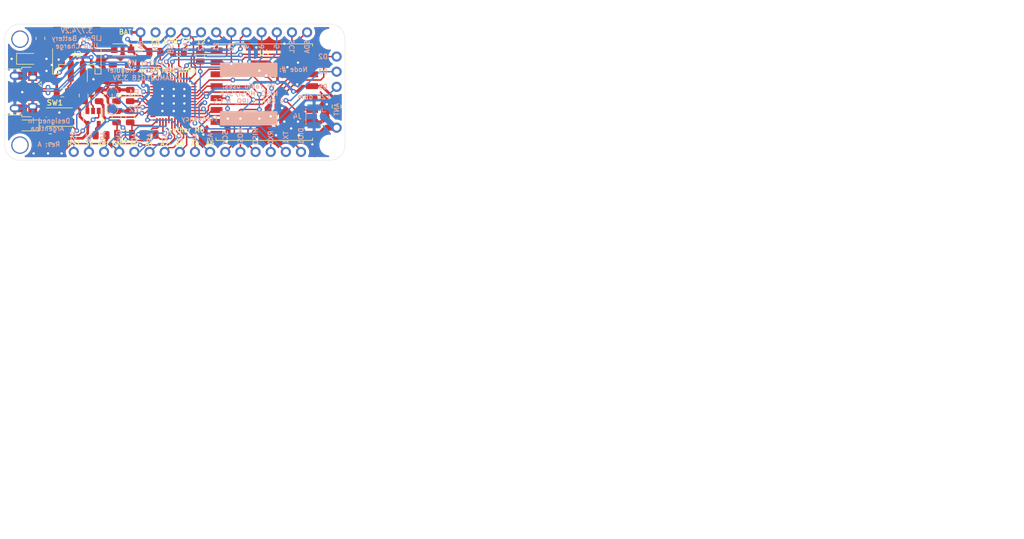
<source format=kicad_pcb>
(kicad_pcb (version 20171130) (host pcbnew "(5.1.10)-1")
  (title_block (title "Adafruit Feather M0 with LoRa Radio Module Adaptation") (date 2021-08-13) (rev A) (comment 1 "Approved by: Diego Brengi") (comment 2 "Reviewed by: Gustavo Zocco") (comment 3 "Created by: Agustín Curcio Berardi") (comment 4 "Trabajo Práctico Final | Diseño de Circuitos Impresos"))
  (layers (0 F.Cu signal) (31 B.Cu signal) (34 B.Paste user) (35 F.Paste user) (36 B.SilkS user) (37 F.SilkS user) (38 B.Mask user) (39 F.Mask user) (44 Edge.Cuts user))
  (net 0 "")
  (net 1 "Net-(C1-Pad1)")
  (net 2 GND)
  (net 3 "Net-(C2-Pad1)")
  (net 4 "Net-(C3-Pad1)")
  (net 5 /AREF)
  (net 6 VBUS)
  (net 7 +3V3)
  (net 8 +BATT)
  (net 9 "Net-(D2-Pad1)")
  (net 10 "Net-(D3-Pad2)")
  (net 11 "Net-(H1-Pad1)")
  (net 12 "Net-(H3-Pad1)")
  (net 13 /D-)
  (net 14 /D+)
  (net 15 "Net-(J1-Pad4)")
  (net 16 "Net-(J3-Pad1)")
  (net 17 /DIO2)
  (net 18 /DIO3)
  (net 19 /DIO5)
  (net 20 /SDA)
  (net 21 /SCL)
  (net 22 /D5)
  (net 23 /D6)
  (net 24 /D9)
  (net 25 /D10)
  (net 26 /D11)
  (net 27 /D12)
  (net 28 /D13)
  (net 29 /EN)
  (net 30 /~RESET)
  (net 31 /A0)
  (net 32 /A1)
  (net 33 /A2)
  (net 34 /A3)
  (net 35 /A4)
  (net 36 /A5)
  (net 37 /SCK)
  (net 38 /MOSI)
  (net 39 /MISO)
  (net 40 /D0)
  (net 41 /D1)
  (net 42 /DIO1)
  (net 43 "Net-(R1-Pad1)")
  (net 44 "Net-(R3-Pad1)")
  (net 45 "Net-(R4-Pad1)")
  (net 46 /SWCLK)
  (net 47 /SWDIO)
  (net 48 /D8_CS)
  (net 49 /D4_RST)
  (net 50 /D3_IRQ)
  (net 51 "Net-(U1-Pad22)")
  (net 52 "Net-(U1-Pad37)")
  (net 53 "Net-(U1-Pad38)")
  (net 54 "Net-(U1-Pad39)")
  (net 55 "Net-(U1-Pad41)")
  (net 56 "Net-(U1-Pad48)")
  (net 57 "Net-(U2-Pad4)")
  (net 58 "Net-(U4-Pad12)")
  (net 59 "Net-(U1-Pad23)")
  (net 60 "Net-(U1-Pad30)")
  (module Fiducial:Fiducial_1mm_Mask2mm (layer F.Cu) (at 132.207 80.899)
    (fp_text reference FID2 hide)
    (fp_text value Fiducial)
    (pad "" smd circle (at 0 0) (size 1 1) (layers F.Cu F.Mask) (clearance 0.5))
  )
  (module Connector_JST:JST_PH_S2B-PH-SM4-TB_1x02-1MP_P2.00mm_Horizontal (layer F.Cu) (at 126.238 84.582 180)
    (fp_text reference J2 (at 0 0) (layer F.SilkS) (effects (font (size 0.889 0.889))))
    (fp_text value S2B-PH-SM4-TB)
    (pad 1 smd roundrect (at -1 -2.85 180) (size 1 3.5) (layers F.Cu F.Paste F.Mask) (net 8 +BATT))
    (pad 2 smd roundrect (at 1 -2.85 180) (size 1 3.5) (layers F.Cu F.Paste F.Mask) (net 2 GND))
    (pad MP smd roundrect (at -3.35 2.9 180) (size 1.5 3.4) (layers F.Cu F.Paste F.Mask) (roundrect_rratio 0.166667))
    (pad MP smd roundrect (at 3.35 2.9 180) (size 1.5 3.4) (layers F.Cu F.Paste F.Mask) (roundrect_rratio 0.166667))
  )
  (module Adafruit:MountingHole_2.5mm_Pad_TopOnly (layer F.Cu) (at 116.713 99.822)
    (fp_text reference H3 hide)
    (fp_text value "Mounting Hole w/Pad" hide)
    (pad 1 connect circle (at 0 0) (size 2.9 2.9) (layers F.Cu F.Mask) (net 12 "Net-(H3-Pad1)"))
    (pad 1 thru_hole circle (at 0 0) (size 2.9 2.9) (drill 2.5) (layers *.Cu *.Mask) (net 12 "Net-(H3-Pad1)"))
  )
  (module Capacitor_SMD:C_0805_2012Metric (layer F.Cu) (at 123.825 90.9955)
    (fp_text reference C5 hide)
    (fp_text value 10uF)
    (pad 2 smd roundrect (at 0.95 0) (size 1 1.45) (layers F.Cu F.Paste F.Mask) (net 2 GND))
    (pad 1 smd roundrect (at -0.95 0) (size 1 1.45) (layers F.Cu F.Paste F.Mask) (net 6 VBUS))
  )
  (module Adafruit:Adafruit_Feather_PinHeader_1x03_P2.54mm (layer F.Cu) (at 169.799 90.043 180)
    (fp_text reference J5 hide)
    (fp_text value Conn_01x03 hide)
    (pad 1 thru_hole circle (at 0 0 180) (size 1.7 1.7) (drill 1) (layers *.Cu *.Mask) (net 19 /DIO5))
    (pad 2 thru_hole oval (at 0 2.54 180) (size 1.7 1.7) (drill 1) (layers *.Cu *.Mask) (net 18 /DIO3))
    (pad 3 thru_hole oval (at 0 5.08 180) (size 1.7 1.7) (drill 1) (layers *.Cu *.Mask) (net 17 /DIO2))
  )
  (module Fiducial:Fiducial_1mm_Mask2mm (layer F.Cu) (at 166.116 101.346)
    (fp_text reference FID1 hide)
    (fp_text value Fiducial)
    (pad "" smd circle (at 0 0) (size 1 1) (layers F.Cu F.Mask) (clearance 0.5))
  )
  (module Capacitor_SMD:C_0805_2012Metric (layer F.Cu) (at 129.9845 91.5035 90)
    (fp_text reference C6 hide)
    (fp_text value 10uF)
    (pad 1 smd roundrect (at -0.95 0 90) (size 1 1.45) (layers F.Cu F.Paste F.Mask) (net 7 +3V3))
    (pad 2 smd roundrect (at 0.95 0 90) (size 1 1.45) (layers F.Cu F.Paste F.Mask) (net 2 GND))
  )
  (module Capacitor_SMD:C_0805_2012Metric (layer F.Cu) (at 146.939 84.836 90)
    (fp_text reference C8 hide)
    (fp_text value 10uF)
    (pad 1 smd roundrect (at -0.95 0 90) (size 1 1.45) (layers F.Cu F.Paste F.Mask) (net 7 +3V3))
    (pad 2 smd roundrect (at 0.95 0 90) (size 1 1.45) (layers F.Cu F.Paste F.Mask) (net 2 GND))
  )
  (module Capacitor_SMD:C_0805_2012Metric (layer F.Cu) (at 127.381 91.5035 90)
    (fp_text reference C9 hide)
    (fp_text value 10uF)
    (pad 2 smd roundrect (at 0.95 0 90) (size 1 1.45) (layers F.Cu F.Paste F.Mask) (net 2 GND))
    (pad 1 smd roundrect (at -0.95 0 90) (size 1 1.45) (layers F.Cu F.Paste F.Mask) (net 8 +BATT))
  )
  (module Capacitor_SMD:C_0805_2012Metric (layer F.Cu) (at 169.799 93.345 90)
    (fp_text reference C10 hide)
    (fp_text value 10uF hide)
    (pad 2 smd roundrect (at 0.95 0 90) (size 1 1.45) (layers F.Cu F.Paste F.Mask) (net 7 +3V3))
    (pad 1 smd roundrect (at -0.95 0 90) (size 1 1.45) (layers F.Cu F.Paste F.Mask) (net 2 GND))
  )
  (module Diode_SMD:D_SOD-123F (layer F.Cu) (at 133.9215 83.82 180)
    (fp_text reference D1 hide)
    (fp_text value MBR120)
    (pad 1 smd rect (at -1.4 0 180) (size 1.1 1.1) (layers F.Cu F.Paste F.Mask) (net 6 VBUS))
    (pad 2 smd rect (at 1.4 0 180) (size 1.1 1.1) (layers F.Cu F.Paste F.Mask) (net 8 +BATT))
  )
  (module LED_SMD:LED_0805_2012Metric_Castellated (layer F.Cu) (at 118.0365 96.52 180)
    (fp_text reference D2 hide)
    (fp_text value CHG)
    (pad 1 smd roundrect (at -0.9625 0 180) (size 1.325 1.3) (layers F.Cu F.Paste F.Mask) (roundrect_rratio 0.192308) (net 9 "Net-(D2-Pad1)"))
    (pad 2 smd roundrect (at 0.9625 0 180) (size 1.325 1.3) (layers F.Cu F.Paste F.Mask) (roundrect_rratio 0.192308) (net 6 VBUS))
  )
  (module LED_SMD:LED_0805_2012Metric_Castellated (layer F.Cu) (at 118.0365 85.344)
    (fp_text reference D3 hide)
    (fp_text value PWR)
    (pad 2 smd roundrect (at 0.9625 0) (size 1.325 1.3) (layers F.Cu F.Paste F.Mask) (roundrect_rratio 0.192308) (net 10 "Net-(D3-Pad2)"))
    (pad 1 smd roundrect (at -0.9625 0) (size 1.325 1.3) (layers F.Cu F.Paste F.Mask) (roundrect_rratio 0.192308) (net 2 GND))
  )
  (module Connector_USB:USB_Micro-B_Amphenol_10103594-0001LF_Horizontal (layer F.Cu) (at 116.967 90.932 270)
    (fp_text reference J1 hide)
    (fp_text value MicroUSB)
    (pad 6 smd rect (at 2.725 0.185 270) (size 1.35 2) (layers F.Cu F.Paste F.Mask) (net 2 GND))
    (pad 6 smd rect (at -2.755 0.185 270) (size 1.35 2) (layers F.Cu F.Paste F.Mask) (net 2 GND))
    (pad 6 smd rect (at -2.975 -0.565 270) (size 1.825 0.7) (layers F.Cu F.Paste F.Mask) (net 2 GND))
    (pad 6 smd rect (at 2.975 -0.565 270) (size 1.825 0.7) (layers F.Cu F.Paste F.Mask) (net 2 GND))
    (pad 6 smd rect (at -2.875 -1.865 270) (size 2 1.5) (layers F.Cu F.Paste F.Mask) (net 2 GND))
    (pad 6 smd rect (at 2.875 -1.885 270) (size 2 1.5) (layers F.Cu F.Paste F.Mask) (net 2 GND))
    (pad 1 smd rect (at -1.325 -1.765) (size 1.65 0.4) (layers F.Cu F.Paste F.Mask) (net 6 VBUS))
    (pad 2 smd rect (at -0.675 -1.765) (size 1.65 0.4) (layers F.Cu F.Paste F.Mask) (net 13 /D-))
    (pad 3 smd rect (at -0.025 -1.765) (size 1.65 0.4) (layers F.Cu F.Paste F.Mask) (net 14 /D+))
    (pad 4 smd rect (at 0.625 -1.765) (size 1.65 0.4) (layers F.Cu F.Paste F.Mask) (net 15 "Net-(J1-Pad4)"))
    (pad 5 smd rect (at 1.275 -1.765) (size 1.65 0.4) (layers F.Cu F.Paste F.Mask) (net 2 GND))
    (pad 6 thru_hole oval (at -2.445 -1.885) (size 1.5 1.1) (drill oval 1.05 0.65) (layers *.Cu *.Mask) (net 2 GND))
    (pad 6 thru_hole oval (at 2.395 -1.885) (size 1.5 1.1) (drill oval 1.05 0.65) (layers *.Cu *.Mask) (net 2 GND))
    (pad 6 thru_hole oval (at -2.755 1.115) (size 1.7 1.35) (drill oval 1.2 0.7) (layers *.Cu *.Mask) (net 2 GND))
    (pad 6 thru_hole oval (at 2.705 1.115) (size 1.7 1.35) (drill oval 1.2 0.7) (layers *.Cu *.Mask) (net 2 GND))
    (pad 6 smd rect (at -0.985 1.385) (size 1.5 1) (layers F.Cu F.Paste F.Mask) (net 2 GND))
    (pad 6 smd rect (at 0.935 1.385) (size 1.5 1) (layers F.Cu F.Paste F.Mask) (net 2 GND))
  )
  (module Connector_Coaxial:U.FL_Hirose_U.FL-R-SMT-1_Vertical (layer B.Cu) (at 166.497 94.996 180)
    (fp_text reference J4 (at 3.302 0 180) (layer B.SilkS) (effects (font (size 0.889 0.889)) (justify mirror)))
    (fp_text value U.FL)
    (pad 2 smd rect (at 0.475 -1.475 180) (size 2.2 1.05) (layers B.Cu B.Paste B.Mask) (net 2 GND))
    (pad 1 smd rect (at -1.05 0 180) (size 1.05 1) (layers B.Cu B.Paste B.Mask) (net 16 "Net-(J3-Pad1)"))
    (pad 2 smd rect (at 0.475 1.475 180) (size 2.2 1.05) (layers B.Cu B.Paste B.Mask) (net 2 GND))
  )
  (module Button_Switch_SMD:SW_Push_1P1T_NO_CK_KMR2 (layer F.Cu) (at 123.317 95.123)
    (fp_text reference SW1 (at -0.762 -2.413) (layer F.SilkS) (effects (font (size 0.889 0.889))))
    (fp_text value KMR2)
    (pad 1 smd rect (at -2.05 -0.8) (size 0.9 1) (layers F.Cu F.Paste F.Mask) (net 2 GND))
    (pad 2 smd rect (at -2.05 0.8) (size 0.9 1) (layers F.Cu F.Paste F.Mask) (net 30 /~RESET))
    (pad 1 smd rect (at 2.05 -0.8) (size 0.9 1) (layers F.Cu F.Paste F.Mask) (net 2 GND))
    (pad 2 smd rect (at 2.05 0.8) (size 0.9 1) (layers F.Cu F.Paste F.Mask) (net 30 /~RESET))
  )
  (module TestPoint:TestPoint_Pad_D1.5mm (layer B.Cu) (at 132.207 91.059 270)
    (fp_text reference TP1 (at 0 -3.937 180) (layer B.SilkS) (effects (justify mirror)))
    (fp_text value TestPoint)
    (pad 1 smd circle (at 0 0 270) (size 1.5 1.5) (layers B.Cu B.Mask) (net 46 /SWCLK))
  )
  (module TestPoint:TestPoint_Pad_D1.5mm (layer B.Cu) (at 132.207 93.726 270)
    (fp_text reference TP2 (at 0 -3.937 180) (layer B.SilkS) (effects (font (size 0.889 0.889)) (justify mirror)))
    (fp_text value TestPoint)
    (pad 1 smd circle (at 0 0 270) (size 1.5 1.5) (layers B.Cu B.Mask) (net 47 /SWDIO))
  )
  (module Package_DFN_QFN:QFN-48-1EP_7x7mm_P0.5mm_EP5.15x5.15mm (layer F.Cu) (at 142.4305 92.2655 90)
    (fp_text reference U1 hide)
    (fp_text value ATSAMD21G18A)
    (pad 1 smd roundrect (at -3.4375 -2.75 90) (size 0.875 0.25) (layers F.Cu F.Paste F.Mask) (net 3 "Net-(C2-Pad1)"))
    (pad 2 smd roundrect (at -3.4375 -2.25 90) (size 0.875 0.25) (layers F.Cu F.Paste F.Mask) (net 4 "Net-(C3-Pad1)"))
    (pad 3 smd roundrect (at -3.4375 -1.75 90) (size 0.875 0.25) (layers F.Cu F.Paste F.Mask) (net 31 /A0))
    (pad 4 smd roundrect (at -3.4375 -1.25 90) (size 0.875 0.25) (layers F.Cu F.Paste F.Mask) (net 5 /AREF))
    (pad 5 smd roundrect (at -3.4375 -0.75 90) (size 0.875 0.25) (layers F.Cu F.Paste F.Mask) (net 2 GND))
    (pad 6 smd roundrect (at -3.4375 -0.25 90) (size 0.875 0.25) (layers F.Cu F.Paste F.Mask) (net 7 +3V3))
    (pad 7 smd roundrect (at -3.4375 0.25 90) (size 0.875 0.25) (layers F.Cu F.Paste F.Mask) (net 32 /A1))
    (pad 8 smd roundrect (at -3.4375 0.75 90) (size 0.875 0.25) (layers F.Cu F.Paste F.Mask) (net 33 /A2))
    (pad 9 smd roundrect (at -3.4375 1.25 90) (size 0.875 0.25) (layers F.Cu F.Paste F.Mask) (net 34 /A3))
    (pad 10 smd roundrect (at -3.4375 1.75 90) (size 0.875 0.25) (layers F.Cu F.Paste F.Mask) (net 35 /A4))
    (pad 11 smd roundrect (at -3.4375 2.25 90) (size 0.875 0.25) (layers F.Cu F.Paste F.Mask) (net 48 /D8_CS))
    (pad 12 smd roundrect (at -3.4375 2.75 90) (size 0.875 0.25) (layers F.Cu F.Paste F.Mask) (net 24 /D9))
    (pad 13 smd roundrect (at -2.75 3.4375 90) (size 0.25 0.875) (layers F.Cu F.Paste F.Mask) (net 49 /D4_RST))
    (pad 14 smd roundrect (at -2.25 3.4375 90) (size 0.25 0.875) (layers F.Cu F.Paste F.Mask) (net 50 /D3_IRQ))
    (pad 15 smd roundrect (at -1.75 3.4375 90) (size 0.25 0.875) (layers F.Cu F.Paste F.Mask) (net 41 /D1))
    (pad 16 smd roundrect (at -1.25 3.4375 90) (size 0.25 0.875) (layers F.Cu F.Paste F.Mask) (net 40 /D0))
    (pad 17 smd roundrect (at -0.75 3.4375 90) (size 0.25 0.875) (layers F.Cu F.Paste F.Mask) (net 7 +3V3))
    (pad 18 smd roundrect (at -0.25 3.4375 90) (size 0.25 0.875) (layers F.Cu F.Paste F.Mask) (net 2 GND))
    (pad 19 smd roundrect (at 0.25 3.4375 90) (size 0.25 0.875) (layers F.Cu F.Paste F.Mask) (net 38 /MOSI))
    (pad 20 smd roundrect (at 0.75 3.4375 90) (size 0.25 0.875) (layers F.Cu F.Paste F.Mask) (net 37 /SCK))
    (pad 21 smd roundrect (at 1.25 3.4375 90) (size 0.25 0.875) (layers F.Cu F.Paste F.Mask) (net 39 /MISO))
    (pad 22 smd roundrect (at 1.75 3.4375 90) (size 0.25 0.875) (layers F.Cu F.Paste F.Mask) (net 51 "Net-(U1-Pad22)"))
    (pad 23 smd roundrect (at 2.25 3.4375 90) (size 0.25 0.875) (layers F.Cu F.Paste F.Mask) (net 59 "Net-(U1-Pad23)"))
    (pad 24 smd roundrect (at 2.75 3.4375 90) (size 0.25 0.875) (layers F.Cu F.Paste F.Mask) (net 22 /D5))
    (pad 25 smd roundrect (at 3.4375 2.75 90) (size 0.875 0.25) (layers F.Cu F.Paste F.Mask) (net 26 /D11))
    (pad 26 smd roundrect (at 3.4375 2.25 90) (size 0.875 0.25) (layers F.Cu F.Paste F.Mask) (net 28 /D13))
    (pad 27 smd roundrect (at 3.4375 1.75 90) (size 0.875 0.25) (layers F.Cu F.Paste F.Mask) (net 25 /D10))
    (pad 28 smd roundrect (at 3.4375 1.25 90) (size 0.875 0.25) (layers F.Cu F.Paste F.Mask) (net 27 /D12))
    (pad 29 smd roundrect (at 3.4375 0.75 90) (size 0.875 0.25) (layers F.Cu F.Paste F.Mask) (net 23 /D6))
    (pad 30 smd roundrect (at 3.4375 0.25 90) (size 0.875 0.25) (layers F.Cu F.Paste F.Mask) (net 60 "Net-(U1-Pad30)"))
    (pad 31 smd roundrect (at 3.4375 -0.25 90) (size 0.875 0.25) (layers F.Cu F.Paste F.Mask) (net 20 /SDA))
    (pad 32 smd roundrect (at 3.4375 -0.75 90) (size 0.875 0.25) (layers F.Cu F.Paste F.Mask) (net 21 /SCL))
    (pad 33 smd roundrect (at 3.4375 -1.25 90) (size 0.875 0.25) (layers F.Cu F.Paste F.Mask) (net 13 /D-))
    (pad 34 smd roundrect (at 3.4375 -1.75 90) (size 0.875 0.25) (layers F.Cu F.Paste F.Mask) (net 14 /D+))
    (pad 35 smd roundrect (at 3.4375 -2.25 90) (size 0.875 0.25) (layers F.Cu F.Paste F.Mask) (net 2 GND))
    (pad 36 smd roundrect (at 3.4375 -2.75 90) (size 0.875 0.25) (layers F.Cu F.Paste F.Mask) (net 7 +3V3))
    (pad 37 smd roundrect (at 2.75 -3.4375 90) (size 0.25 0.875) (layers F.Cu F.Paste F.Mask) (net 52 "Net-(U1-Pad37)"))
    (pad 38 smd roundrect (at 2.25 -3.4375 90) (size 0.25 0.875) (layers F.Cu F.Paste F.Mask) (net 53 "Net-(U1-Pad38)"))
    (pad 39 smd roundrect (at 1.75 -3.4375 90) (size 0.25 0.875) (layers F.Cu F.Paste F.Mask) (net 54 "Net-(U1-Pad39)"))
    (pad 40 smd roundrect (at 1.25 -3.4375 90) (size 0.25 0.875) (layers F.Cu F.Paste F.Mask) (net 30 /~RESET))
    (pad 41 smd roundrect (at 0.75 -3.4375 90) (size 0.25 0.875) (layers F.Cu F.Paste F.Mask) (net 55 "Net-(U1-Pad41)"))
    (pad 42 smd roundrect (at 0.25 -3.4375 90) (size 0.25 0.875) (layers F.Cu F.Paste F.Mask) (net 2 GND))
    (pad 43 smd roundrect (at -0.25 -3.4375 90) (size 0.25 0.875) (layers F.Cu F.Paste F.Mask) (net 1 "Net-(C1-Pad1)"))
    (pad 44 smd roundrect (at -0.75 -3.4375 90) (size 0.25 0.875) (layers F.Cu F.Paste F.Mask) (net 7 +3V3))
    (pad 45 smd roundrect (at -1.25 -3.4375 90) (size 0.25 0.875) (layers F.Cu F.Paste F.Mask) (net 46 /SWCLK))
    (pad 46 smd roundrect (at -1.75 -3.4375 90) (size 0.25 0.875) (layers F.Cu F.Paste F.Mask) (net 47 /SWDIO))
    (pad 47 smd roundrect (at -2.25 -3.4375 90) (size 0.25 0.875) (layers F.Cu F.Paste F.Mask) (net 36 /A5))
    (pad 48 smd roundrect (at -2.75 -3.4375 90) (size 0.25 0.875) (layers F.Cu F.Paste F.Mask) (net 56 "Net-(U1-Pad48)"))
    (pad 49 smd rect (at 0 0 90) (size 5.15 5.15) (layers F.Cu F.Mask) (net 2 GND))
  )
  (module Package_TO_SOT_SMD:SOT-23-5 (layer F.Cu) (at 135.5725 87.4395 270)
    (fp_text reference U2 hide)
    (fp_text value AP2112K-3.3 hide)
    (pad 1 smd rect (at -1.1 -0.95 270) (size 1.06 0.65) (layers F.Cu F.Paste F.Mask) (net 6 VBUS))
    (pad 2 smd rect (at -1.1 0 270) (size 1.06 0.65) (layers F.Cu F.Paste F.Mask) (net 2 GND))
    (pad 3 smd rect (at -1.1 0.95 270) (size 1.06 0.65) (layers F.Cu F.Paste F.Mask) (net 43 "Net-(R1-Pad1)"))
    (pad 4 smd rect (at 1.1 0.95 270) (size 1.06 0.65) (layers F.Cu F.Paste F.Mask) (net 57 "Net-(U2-Pad4)"))
    (pad 5 smd rect (at 1.1 -0.95 270) (size 1.06 0.65) (layers F.Cu F.Paste F.Mask) (net 7 +3V3))
  )
  (module Package_TO_SOT_SMD:SOT-23-5 (layer F.Cu) (at 128.9685 95.1865 270)
    (fp_text reference U3 hide)
    (fp_text value MCP73831T)
    (pad 5 smd rect (at 1.1 -0.95 270) (size 1.06 0.65) (layers F.Cu F.Paste F.Mask) (net 45 "Net-(R4-Pad1)"))
    (pad 4 smd rect (at 1.1 0.95 270) (size 1.06 0.65) (layers F.Cu F.Paste F.Mask) (net 6 VBUS))
    (pad 3 smd rect (at -1.1 0.95 270) (size 1.06 0.65) (layers F.Cu F.Paste F.Mask) (net 8 +BATT))
    (pad 2 smd rect (at -1.1 0 270) (size 1.06 0.65) (layers F.Cu F.Paste F.Mask) (net 2 GND))
    (pad 1 smd rect (at -1.1 -0.95 270) (size 1.06 0.65) (layers F.Cu F.Paste F.Mask) (net 44 "Net-(R3-Pad1)"))
  )
  (module RF_Module:HOPERF_RFM9XW_SMD (layer F.Cu) (at 157.6705 90.932)
    (fp_text reference U4 (at 0 -6.604) (layer F.SilkS) (effects (font (size 0.889 0.889))))
    (fp_text value RFM95W hide)
    (pad 1 smd rect (at -8 -7) (size 2 1) (layers F.Cu F.Paste F.Mask) (net 2 GND))
    (pad 2 smd rect (at -8 -5) (size 2 1) (layers F.Cu F.Paste F.Mask) (net 39 /MISO))
    (pad 3 smd rect (at -8 -3) (size 2 1) (layers F.Cu F.Paste F.Mask) (net 38 /MOSI))
    (pad 4 smd rect (at -8 -1) (size 2 1) (layers F.Cu F.Paste F.Mask) (net 37 /SCK))
    (pad 5 smd rect (at -8 1) (size 2 1) (layers F.Cu F.Paste F.Mask) (net 48 /D8_CS))
    (pad 6 smd rect (at -8 3) (size 2 1) (layers F.Cu F.Paste F.Mask) (net 49 /D4_RST))
    (pad 7 smd rect (at -8 5) (size 2 1) (layers F.Cu F.Paste F.Mask) (net 19 /DIO5))
    (pad 8 smd rect (at -8 7) (size 2 1) (layers F.Cu F.Paste F.Mask) (net 2 GND))
    (pad 9 smd rect (at 8 7) (size 2 1) (layers F.Cu F.Paste F.Mask) (net 16 "Net-(J3-Pad1)"))
    (pad 10 smd rect (at 8 5) (size 2 1) (layers F.Cu F.Paste F.Mask) (net 2 GND))
    (pad 11 smd rect (at 8 3) (size 2 1) (layers F.Cu F.Paste F.Mask) (net 18 /DIO3))
    (pad 12 smd rect (at 8 1) (size 2 1) (layers F.Cu F.Paste F.Mask) (net 58 "Net-(U4-Pad12)"))
    (pad 13 smd rect (at 8 -1) (size 2 1) (layers F.Cu F.Paste F.Mask) (net 7 +3V3))
    (pad 14 smd rect (at 8 -3) (size 2 1) (layers F.Cu F.Paste F.Mask) (net 50 /D3_IRQ))
    (pad 15 smd rect (at 8 -5) (size 2 1) (layers F.Cu F.Paste F.Mask) (net 42 /DIO1))
    (pad 16 smd rect (at 8 -7) (size 2 1) (layers F.Cu F.Paste F.Mask) (net 17 /DIO2))
  )
  (module Crystal:Crystal_SMD_3215-2Pin_3.2x1.5mm (layer F.Cu) (at 134.239 98.171)
    (fp_text reference Y1 hide)
    (fp_text value "32,768 MHz")
    (pad 2 smd rect (at -1.25 0) (size 1 1.8) (layers F.Cu F.Paste F.Mask) (net 4 "Net-(C3-Pad1)"))
    (pad 1 smd rect (at 1.25 0) (size 1 1.8) (layers F.Cu F.Paste F.Mask) (net 3 "Net-(C2-Pad1)"))
  )
  (module Adafruit:MountingHole_2.5mm_Pad_TopOnly (layer F.Cu) (at 116.713 82.042)
    (fp_text reference H1 hide)
    (fp_text value "Mounting Hole w/Pad" hide)
    (pad 1 connect circle (at 0 0) (size 2.9 2.9) (layers F.Cu F.Mask) (net 11 "Net-(H1-Pad1)"))
    (pad 1 thru_hole circle (at 0 0) (size 2.9 2.9) (drill 2.5) (layers *.Cu *.Mask) (net 11 "Net-(H1-Pad1)"))
  )
  (module Adafruit:MountingHole_2.5mm (layer F.Cu) (at 168.656 82.042)
    (fp_text reference H2 hide)
    (fp_text value "Mounting Hole" hide)
    (pad 1 np_thru_hole circle (at 0 0) (size 2.5 2.5) (drill 2.5) (layers *.Cu *.Mask))
  )
  (module Adafruit:MountingHole_2.5mm (layer F.Cu) (at 168.656 99.822)
    (fp_text reference H4 hide)
    (fp_text value "Mounting Hole" hide)
    (pad 1 np_thru_hole circle (at 0 0) (size 2.5 2.5) (drill 2.5) (layers *.Cu *.Mask))
  )
  (module Adafruit:Adafruit_Feather_PinHeader_1x12_P2.54mm (layer F.Cu) (at 136.906 80.899 90)
    (fp_text reference J6 hide)
    (fp_text value Conn_01x12 hide)
    (pad 12 thru_hole oval (at 0 27.94 90) (size 1.7 1.7) (drill 1) (layers *.Cu *.Mask) (net 20 /SDA))
    (pad 11 thru_hole oval (at 0 25.4 90) (size 1.7 1.7) (drill 1) (layers *.Cu *.Mask) (net 21 /SCL))
    (pad 10 thru_hole oval (at 0 22.86 90) (size 1.7 1.7) (drill 1) (layers *.Cu *.Mask) (net 22 /D5))
    (pad 9 thru_hole oval (at 0 20.32 90) (size 1.7 1.7) (drill 1) (layers *.Cu *.Mask) (net 23 /D6))
    (pad 8 thru_hole oval (at 0 17.78 90) (size 1.7 1.7) (drill 1) (layers *.Cu *.Mask) (net 24 /D9))
    (pad 7 thru_hole oval (at 0 15.24 90) (size 1.7 1.7) (drill 1) (layers *.Cu *.Mask) (net 25 /D10))
    (pad 6 thru_hole oval (at 0 12.7 90) (size 1.7 1.7) (drill 1) (layers *.Cu *.Mask) (net 26 /D11))
    (pad 5 thru_hole oval (at 0 10.16 90) (size 1.7 1.7) (drill 1) (layers *.Cu *.Mask) (net 27 /D12))
    (pad 4 thru_hole oval (at 0 7.62 90) (size 1.7 1.7) (drill 1) (layers *.Cu *.Mask) (net 28 /D13))
    (pad 3 thru_hole oval (at 0 5.08 90) (size 1.7 1.7) (drill 1) (layers *.Cu *.Mask) (net 6 VBUS))
    (pad 2 thru_hole oval (at 0 2.54 90) (size 1.7 1.7) (drill 1) (layers *.Cu *.Mask) (net 29 /EN))
    (pad 1 thru_hole circle (at 0 0 90) (size 1.7 1.7) (drill 1) (layers *.Cu *.Mask) (net 8 +BATT))
  )
  (module Adafruit:Adafruit_Feather_PinHeader_1x16_P2.54mm (layer F.Cu) (at 163.83 100.965 270)
    (fp_text reference J7 hide)
    (fp_text value Conn_01x16 hide)
    (pad 16 thru_hole oval (at 0 38.1 270) (size 1.7 1.7) (drill 1) (layers *.Cu *.Mask) (net 30 /~RESET))
    (pad 15 thru_hole oval (at 0 35.56 270) (size 1.7 1.7) (drill 1) (layers *.Cu *.Mask) (net 7 +3V3))
    (pad 14 thru_hole oval (at 0 33.02 270) (size 1.7 1.7) (drill 1) (layers *.Cu *.Mask) (net 5 /AREF))
    (pad 13 thru_hole oval (at 0 30.48 270) (size 1.7 1.7) (drill 1) (layers *.Cu *.Mask) (net 2 GND))
    (pad 12 thru_hole oval (at 0 27.94 270) (size 1.7 1.7) (drill 1) (layers *.Cu *.Mask) (net 31 /A0))
    (pad 11 thru_hole oval (at 0 25.4 270) (size 1.7 1.7) (drill 1) (layers *.Cu *.Mask) (net 32 /A1))
    (pad 10 thru_hole oval (at 0 22.86 270) (size 1.7 1.7) (drill 1) (layers *.Cu *.Mask) (net 33 /A2))
    (pad 9 thru_hole oval (at 0 20.32 270) (size 1.7 1.7) (drill 1) (layers *.Cu *.Mask) (net 34 /A3))
    (pad 8 thru_hole oval (at 0 17.78 270) (size 1.7 1.7) (drill 1) (layers *.Cu *.Mask) (net 35 /A4))
    (pad 7 thru_hole oval (at 0 15.24 270) (size 1.7 1.7) (drill 1) (layers *.Cu *.Mask) (net 36 /A5))
    (pad 6 thru_hole oval (at 0 12.7 270) (size 1.7 1.7) (drill 1) (layers *.Cu *.Mask) (net 37 /SCK))
    (pad 5 thru_hole oval (at 0 10.16 270) (size 1.7 1.7) (drill 1) (layers *.Cu *.Mask) (net 38 /MOSI))
    (pad 4 thru_hole oval (at 0 7.62 270) (size 1.7 1.7) (drill 1) (layers *.Cu *.Mask) (net 39 /MISO))
    (pad 3 thru_hole oval (at 0 5.08 270) (size 1.7 1.7) (drill 1) (layers *.Cu *.Mask) (net 40 /D0))
    (pad 2 thru_hole oval (at 0 2.54 270) (size 1.7 1.7) (drill 1) (layers *.Cu *.Mask) (net 41 /D1))
    (pad 1 thru_hole circle (at 0 0 270) (size 1.7 1.7) (drill 1) (layers *.Cu *.Mask) (net 42 /DIO1))
  )
  (module Adafruit:Adafruit_Feather_PinHeader_1x01_P2.54mm (layer F.Cu) (at 169.799 96.901)
    (fp_text reference J3 hide)
    (fp_text value ANT hide)
    (pad 1 thru_hole circle (at 0 0) (size 1.7 1.7) (drill 1) (layers *.Cu *.Mask) (net 16 "Net-(J3-Pad1)"))
  )
  (module Capacitor_SMD:C_0805_2012Metric (layer F.Cu) (at 132.9055 91.5035 90)
    (fp_text reference C1 hide)
    (fp_text value 1uF)
    (pad 2 smd roundrect (at 0.95 0 90) (size 1 1.45) (layers F.Cu F.Paste F.Mask) (net 2 GND))
    (pad 1 smd roundrect (at -0.95 0 90) (size 1 1.45) (layers F.Cu F.Paste F.Mask) (net 1 "Net-(C1-Pad1)"))
  )
  (module Capacitor_SMD:C_0805_2012Metric (layer F.Cu) (at 135.1915 95.0595 90)
    (fp_text reference C2 hide)
    (fp_text value 22pF)
    (pad 1 smd roundrect (at -0.95 0 90) (size 1 1.45) (layers F.Cu F.Paste F.Mask) (net 3 "Net-(C2-Pad1)"))
    (pad 2 smd roundrect (at 0.95 0 90) (size 1 1.45) (layers F.Cu F.Paste F.Mask) (net 2 GND))
  )
  (module Capacitor_SMD:C_0805_2012Metric (layer F.Cu) (at 132.9055 95.0595 90)
    (fp_text reference C3 hide)
    (fp_text value 22pF)
    (pad 2 smd roundrect (at 0.95 0 90) (size 1 1.45) (layers F.Cu F.Paste F.Mask) (net 2 GND))
    (pad 1 smd roundrect (at -0.95 0 90) (size 1 1.45) (layers F.Cu F.Paste F.Mask) (net 4 "Net-(C3-Pad1)"))
  )
  (module Capacitor_SMD:C_0805_2012Metric (layer F.Cu) (at 138.4935 98.044)
    (fp_text reference C4 hide)
    (fp_text value 1uF)
    (pad 2 smd roundrect (at 0.95 0) (size 1 1.45) (layers F.Cu F.Paste F.Mask) (net 5 /AREF))
    (pad 1 smd roundrect (at -0.95 0) (size 1 1.45) (layers F.Cu F.Paste F.Mask) (net 2 GND))
  )
  (module Capacitor_SMD:C_0805_2012Metric (layer F.Cu) (at 135.1915 91.5035 90)
    (fp_text reference C7 hide)
    (fp_text value 1uF)
    (pad 1 smd roundrect (at -0.95 0 90) (size 1 1.45) (layers F.Cu F.Paste F.Mask) (net 7 +3V3))
    (pad 2 smd roundrect (at 0.95 0 90) (size 1 1.45) (layers F.Cu F.Paste F.Mask) (net 2 GND))
  )
  (module Resistor_SMD:R_0805_2012Metric (layer F.Cu) (at 132.2705 87.249 270)
    (fp_text reference R1 hide)
    (fp_text value 100k)
    (pad 1 smd roundrect (at -0.9125 0 270) (size 1.025 1.4) (layers F.Cu F.Paste F.Mask) (roundrect_rratio 0.243902) (net 43 "Net-(R1-Pad1)"))
    (pad 2 smd roundrect (at 0.9125 0 270) (size 1.025 1.4) (layers F.Cu F.Paste F.Mask) (roundrect_rratio 0.243902) (net 6 VBUS))
  )
  (module Resistor_SMD:R_0805_2012Metric (layer F.Cu) (at 121.793 98.679 180)
    (fp_text reference R3 hide)
    (fp_text value 1k)
    (pad 2 smd roundrect (at 0.9125 0 180) (size 1.025 1.4) (layers F.Cu F.Paste F.Mask) (roundrect_rratio 0.243902) (net 9 "Net-(D2-Pad1)"))
    (pad 1 smd roundrect (at -0.9125 0 180) (size 1.025 1.4) (layers F.Cu F.Paste F.Mask) (roundrect_rratio 0.243902) (net 44 "Net-(R3-Pad1)"))
  )
  (module Resistor_SMD:R_0805_2012Metric (layer F.Cu) (at 130.302 98.171)
    (fp_text reference R4 hide)
    (fp_text value 10k)
    (pad 2 smd roundrect (at 0.9125 0) (size 1.025 1.4) (layers F.Cu F.Paste F.Mask) (roundrect_rratio 0.243902) (net 2 GND))
    (pad 1 smd roundrect (at -0.9125 0) (size 1.025 1.4) (layers F.Cu F.Paste F.Mask) (roundrect_rratio 0.243902) (net 45 "Net-(R4-Pad1)"))
  )
  (module Resistor_SMD:R_0805_2012Metric (layer F.Cu) (at 139.319 84.201)
    (fp_text reference R5 hide)
    (fp_text value 100k)
    (pad 1 smd roundrect (at -0.9125 0) (size 1.025 1.4) (layers F.Cu F.Paste F.Mask) (roundrect_rratio 0.243902) (net 8 +BATT))
    (pad 2 smd roundrect (at 0.9125 0) (size 1.025 1.4) (layers F.Cu F.Paste F.Mask) (roundrect_rratio 0.243902) (net 24 /D9))
  )
  (module Resistor_SMD:R_0805_2012Metric (layer F.Cu) (at 143.256 84.201)
    (fp_text reference R6 hide)
    (fp_text value 100k)
    (pad 1 smd roundrect (at -0.9125 0) (size 1.025 1.4) (layers F.Cu F.Paste F.Mask) (roundrect_rratio 0.243902) (net 24 /D9))
    (pad 2 smd roundrect (at 0.9125 0) (size 1.025 1.4) (layers F.Cu F.Paste F.Mask) (roundrect_rratio 0.243902) (net 2 GND))
  )
  (module Resistor_SMD:R_0805_2012Metric (layer F.Cu) (at 120.142 81.915 270)
    (fp_text reference R7 hide)
    (fp_text value 2k2)
    (pad 2 smd roundrect (at 0.9125 0 270) (size 1.025 1.4) (layers F.Cu F.Paste F.Mask) (roundrect_rratio 0.243902) (net 10 "Net-(D3-Pad2)"))
    (pad 1 smd roundrect (at -0.9125 0 270) (size 1.025 1.4) (layers F.Cu F.Paste F.Mask) (roundrect_rratio 0.243902) (net 28 /D13))
  )
  (gr_text "RFM9x LoRa" (at 142.621 87.249) (layer F.SilkS) (effects (font (size 0.8 0.8))))
  (gr_text "RF radio uses:\nMISO/MOSI/SCK\n4 RST, 3 IRQ, 8 CS" (at 155.067 91.186) (layer B.SilkS) (effects (font (size 0.8 0.8)) (justify mirror)))
  (gr_text Frequency (at 146.812 95.377) (layer B.SilkS) (effects (font (size 0.8 0.8)) (justify mirror)))
  (gr_text "Node #:" (at 162.56 87.122) (layer B.SilkS) (effects (font (size 0.8 0.8)) (justify mirror)))
  (gr_text "3.7/4.2V\nLiPoly Battery\nUSB Charge" (at 126.238 81.915) (layer B.SilkS) (effects (font (size 0.8 0.8)) (justify mirror)))
  (gr_text "Feather M0\nRFM9x Radio Module\nATSAMD21G18 3.3V" (at 138.049 87.249) (layer B.SilkS) (effects (font (size 0.8 0.8)) (justify mirror)))
  (gr_text 12 (at 147.066 83.312 90) (layer B.SilkS) (effects (font (size 0.8 0.8)) (justify mirror)))
  (gr_text 13 (at 144.526 83.312 90) (layer B.SilkS) (effects (font (size 0.8 0.8)) (justify mirror)))
  (gr_text USB (at 141.986 83.312 90) (layer B.SilkS) (effects (font (size 0.889 0.8)) (justify mirror)))
  (gr_text EN (at 139.446 83.312 90) (layer B.SilkS) (effects (font (size 0.889 0.8)) (justify mirror)))
  (gr_text BAT (at 136.906 83.312 90) (layer B.SilkS) (effects (font (size 0.8 0.8)) (justify mirror)))
  (gr_text A5 (at 148.59 98.552 90) (layer B.SilkS) (effects (font (size 0.8 0.8)) (justify mirror)))
  (gr_text A4 (at 146.05 98.552 90) (layer B.SilkS) (effects (font (size 0.8 0.8)) (justify mirror)))
  (gr_text A3 (at 143.51 98.552 90) (layer B.SilkS) (effects (font (size 0.8 0.8)) (justify mirror)))
  (gr_text A2 (at 140.97 98.552 90) (layer B.SilkS) (effects (font (size 0.8 0.8)) (justify mirror)))
  (gr_text A1 (at 138.43 98.552 90) (layer B.SilkS) (effects (font (size 0.8 0.8)) (justify mirror)))
  (gr_text A0 (at 135.89 98.552 90) (layer B.SilkS) (effects (font (size 0.8 0.8)) (justify mirror)))
  (gr_text GND (at 133.35 98.552 90) (layer B.SilkS) (effects (font (size 0.8 0.8)) (justify mirror)))
  (gr_text ARf (at 130.683 98.552 90) (layer B.SilkS) (effects (font (size 0.8 0.8)) (justify mirror)))
  (gr_text 3V (at 128.27 98.552 90) (layer B.SilkS) (effects (font (size 0.8 0.8)) (justify mirror)))
  (gr_text RST (at 125.73 98.552 90) (layer B.SilkS) (effects (font (size 0.8 0.8)) (justify mirror)))
  (gr_text "+20 dBm" (at 166.116 91.694) (layer B.SilkS) (effects (font (size 0.8 0.8)) (justify mirror)))
  (gr_text ANT (at 169.799 93.853 90) (layer B.SilkS) (effects (font (size 0.8 0.8)) (justify mirror)))
  (gr_text D2 (at 167.513 84.963) (layer B.SilkS) (effects (font (size 0.8 0.8)) (justify mirror)))
  (gr_text D3 (at 167.513 87.503) (layer B.SilkS) (effects (font (size 0.8 0.8)) (justify mirror)))
  (gr_text D5 (at 167.513 90.043) (layer B.SilkS) (effects (font (size 0.8 0.8)) (justify mirror)))
  (gr_text "Designed in \nArgentina" (at 121.285 96.393) (layer B.SilkS) (effects (font (size 0.8 0.8)) (justify mirror)))
  (gr_text "Rev: A" (at 121.539 99.695) (layer B.SilkS) (effects (font (size 0.8 0.8)) (justify mirror)))
  (gr_text 9 (at 154.686 83.312 90) (layer B.SilkS) (effects (font (size 0.8 0.8)) (justify mirror)))
  (gr_line (start 116.713 79.502) (end 168.656 79.502) (layer Edge.Cuts) (width 0.05))
  (gr_line (start 116.713 102.362) (end 168.656 102.362) (layer Edge.Cuts) (width 0.05))
  (gr_text EN (at 139.446 82.423) (layer F.SilkS) (effects (font (size 0.889 0.8))))
  (gr_text "Feather M0" (at 144.272 97.282) (layer F.SilkS) (effects (font (size 0.8 0.8))))
  (gr_text SDA (at 164.846 83.312 90) (layer B.SilkS) (effects (font (size 0.8 0.8)) (justify mirror)))
  (gr_text SCL (at 162.306 83.312 90) (layer B.SilkS) (effects (font (size 0.8 0.8)) (justify mirror)))
  (gr_text 5 (at 159.766 83.312 90) (layer B.SilkS) (effects (font (size 0.8 0.8)) (justify mirror)))
  (gr_text 6 (at 157.226 83.312 90) (layer B.SilkS) (effects (font (size 0.8 0.8))))
  (gr_text 10 (at 152.146 83.312 90) (layer B.SilkS) (effects (font (size 0.8 0.8)) (justify mirror)))
  (gr_text 11 (at 149.5425 83.312 90) (layer B.SilkS) (effects (font (size 0.8 0.8)) (justify mirror)))
  (gr_text 12 (at 147.066 82.423) (layer F.SilkS) (effects (font (size 0.8 0.8))))
  (gr_text 13 (at 144.526 82.423) (layer F.SilkS) (effects (font (size 0.8 0.8))))
  (gr_text USB (at 141.986 82.423) (layer F.SilkS) (effects (font (size 0.889 0.8))))
  (gr_text BAT (at 134.366 80.8355) (layer F.SilkS) (effects (font (size 0.8 0.8))))
  (gr_text DIO1 (at 163.83 98.298 90) (layer B.SilkS) (effects (font (size 0.8 0.8)) (justify mirror)))
  (gr_text TX1 (at 161.29 98.552 90) (layer B.SilkS) (effects (font (size 0.8 0.8)) (justify mirror)))
  (gr_text RX0 (at 158.75 98.552 90) (layer B.SilkS) (effects (font (size 0.8 0.8)) (justify mirror)))
  (gr_text MISO (at 156.21 98.3615 90) (layer B.SilkS) (effects (font (size 0.8 0.8)) (justify mirror)))
  (gr_text MOSI (at 153.67 98.3615 90) (layer B.SilkS) (effects (font (size 0.8 0.8)) (justify mirror)))
  (gr_text SCK (at 151.13 98.552 90) (layer B.SilkS) (effects (font (size 0.8 0.8)) (justify mirror)))
  (gr_text A5 (at 148.59 99.568) (layer F.SilkS) (effects (font (size 0.8 0.8))))
  (gr_text A4 (at 146.05 99.568) (layer F.SilkS) (effects (font (size 0.8 0.8))))
  (gr_text A3 (at 143.51 99.568) (layer F.SilkS) (effects (font (size 0.8 0.8))))
  (gr_text A2 (at 140.97 99.568) (layer F.SilkS) (effects (font (size 0.8 0.8))))
  (gr_text A1 (at 138.43 99.568) (layer F.SilkS) (effects (font (size 0.8 0.8))))
  (gr_text A0 (at 135.89 99.568) (layer F.SilkS) (effects (font (size 0.8 0.8))))
  (gr_text GND (at 133.35 99.568) (layer F.SilkS) (effects (font (size 0.8 0.8))))
  (gr_text ARf (at 130.683 99.568) (layer F.SilkS) (effects (font (size 0.8 0.8))))
  (gr_text 3V (at 128.27 99.568) (layer F.SilkS) (effects (font (size 0.8 0.8))))
  (gr_text RST (at 125.73 99.568) (layer F.SilkS) (effects (font (size 0.8 0.8))))
  (gr_arc (start 168.656 99.822) (end 168.656 102.362) (angle -90) (layer Edge.Cuts) (width 0.05))
  (gr_arc (start 168.656 82.042) (end 171.196 82.042) (angle -90) (layer Edge.Cuts) (width 0.05))
  (gr_arc (start 116.713 82.042) (end 116.713 79.502) (angle -90) (layer Edge.Cuts) (width 0.05))
  (gr_arc (start 116.713 99.822) (end 114.173 99.822) (angle -90) (layer Edge.Cuts) (width 0.05))
  (gr_line (start 171.196 99.822) (end 171.196 82.042) (layer Edge.Cuts) (width 0.05))
  (gr_line (start 114.173 82.042) (end 114.173 99.822) (layer Edge.Cuts) (width 0.05))
  (segment (start 138.993 92.5155) (end 138.171257 92.5155) (width 0.25) (layer F.Cu) (net 1))
  (segment (start 137.180883 91.525126) (end 133.833874 91.525126) (width 0.25) (layer F.Cu) (net 1))
  (segment (start 133.833874 91.525126) (end 132.9055 92.4535) (width 0.25) (layer F.Cu) (net 1))
  (segment (start 138.171257 92.5155) (end 137.180883 91.525126) (width 0.25) (layer F.Cu) (net 1))
  (via (at 140.589 90.424) (size 0.8) (drill 0.4) (layers F.Cu B.Cu) (net 2))
  (segment (start 132.9055 94.1095) (end 135.1915 94.1095) (width 0.25) (layer F.Cu) (net 2))
  (segment (start 132.9055 90.5535) (end 135.1915 90.5535) (width 0.25) (layer F.Cu) (net 2))
  (segment (start 131.445 92.014) (end 129.9845 90.5535) (width 0.25) (layer F.Cu) (net 2))
  (segment (start 131.445 92.014) (end 132.9055 90.5535) (width 0.25) (layer F.Cu) (net 2))
  (segment (start 128.651 92.945669) (end 128.651 91.8235) (width 0.25) (layer F.Cu) (net 2))
  (segment (start 128.9685 93.263169) (end 128.651 92.945669) (width 0.25) (layer F.Cu) (net 2))
  (segment (start 128.9685 94.0865) (end 128.9685 93.263169) (width 0.25) (layer F.Cu) (net 2))
  (segment (start 124.775 90.9955) (end 124.775 89.982) (width 0.25) (layer F.Cu) (net 2))
  (segment (start 125.238 89.519) (end 125.238 87.432) (width 0.25) (layer F.Cu) (net 2))
  (segment (start 124.775 89.982) (end 125.238 89.519) (width 0.25) (layer F.Cu) (net 2))
  (segment (start 149.6245 83.886) (end 149.6705 83.932) (width 0.25) (layer F.Cu) (net 2))
  (segment (start 146.939 83.886) (end 149.6245 83.886) (width 0.25) (layer F.Cu) (net 2))
  (segment (start 141.6805 93.0155) (end 142.4305 92.2655) (width 0.25) (layer F.Cu) (net 2))
  (segment (start 141.6805 95.703) (end 141.6805 93.0155) (width 0.25) (layer F.Cu) (net 2))
  (segment (start 142.6805 92.5155) (end 142.4305 92.2655) (width 0.25) (layer F.Cu) (net 2))
  (segment (start 145.868 92.5155) (end 142.6805 92.5155) (width 0.25) (layer F.Cu) (net 2))
  (segment (start 142.13051 91.96551) (end 142.4305 92.2655) (width 0.25) (layer F.Cu) (net 2))
  (segment (start 140.1805 90.0155) (end 142.4305 92.2655) (width 0.25) (layer F.Cu) (net 2))
  (segment (start 140.1805 88.828) (end 140.1805 90.0155) (width 0.25) (layer F.Cu) (net 2))
  (segment (start 142.1805 92.0155) (end 142.4305 92.2655) (width 0.25) (layer F.Cu) (net 2))
  (segment (start 138.993 92.0155) (end 142.1805 92.0155) (width 0.25) (layer F.Cu) (net 2))
  (via (at 147.447 98.044) (size 0.8) (drill 0.4) (layers F.Cu B.Cu) (net 2))
  (via (at 144.272 90.424) (size 0.8) (drill 0.4) (layers F.Cu B.Cu) (net 2))
  (via (at 140.589 94.107) (size 0.8) (drill 0.4) (layers F.Cu B.Cu) (net 2))
  (via (at 144.272 94.107) (size 0.8) (drill 0.4) (layers F.Cu B.Cu) (net 2))
  (via (at 140.589 91.567) (size 0.8) (drill 0.4) (layers F.Cu B.Cu) (net 2))
  (via (at 144.272 91.567) (size 0.8) (drill 0.4) (layers F.Cu B.Cu) (net 2))
  (via (at 140.589 92.837) (size 0.8) (drill 0.4) (layers F.Cu B.Cu) (net 2))
  (via (at 144.272 92.837) (size 0.8) (drill 0.4) (layers F.Cu B.Cu) (net 2))
  (via (at 142.494 94.107) (size 0.8) (drill 0.4) (layers F.Cu B.Cu) (net 2))
  (via (at 142.494 90.424) (size 0.8) (drill 0.4) (layers F.Cu B.Cu) (net 2))
  (via (at 142.494 92.837) (size 0.8) (drill 0.4) (layers F.Cu B.Cu) (net 2))
  (via (at 142.494 91.567) (size 0.8) (drill 0.4) (layers F.Cu B.Cu) (net 2))
  (via (at 122.047 86.36) (size 0.8) (drill 0.4) (layers F.Cu B.Cu) (net 2))
  (segment (start 117.532 85.802) (end 117.074 85.344) (width 0.25) (layer F.Cu) (net 2))
  (segment (start 117.532 87.957) (end 117.532 85.802) (width 0.25) (layer F.Cu) (net 2))
  (segment (start 117.312 88.177) (end 117.532 87.957) (width 0.25) (layer F.Cu) (net 2))
  (segment (start 116.782 88.177) (end 117.312 88.177) (width 0.25) (layer F.Cu) (net 2))
  (segment (start 115.852 89.677) (end 115.582 89.947) (width 0.25) (layer F.Cu) (net 2))
  (segment (start 115.852 88.177) (end 115.852 89.677) (width 0.25) (layer F.Cu) (net 2))
  (segment (start 115.852 92.137) (end 115.582 91.867) (width 0.25) (layer F.Cu) (net 2))
  (segment (start 115.852 93.637) (end 115.852 92.137) (width 0.25) (layer F.Cu) (net 2))
  (segment (start 118.852 92.327) (end 118.732 92.207) (width 0.25) (layer F.Cu) (net 2))
  (segment (start 118.852 93.327) (end 118.852 92.327) (width 0.25) (layer F.Cu) (net 2))
  (segment (start 120.271 93.327) (end 121.267 94.323) (width 0.25) (layer F.Cu) (net 2))
  (segment (start 118.852 93.327) (end 120.271 93.327) (width 0.25) (layer F.Cu) (net 2))
  (via (at 129.032 88.773) (size 0.8) (drill 0.4) (layers F.Cu B.Cu) (net 2))
  (via (at 163.322 95.885) (size 0.8) (drill 0.4) (layers F.Cu B.Cu) (net 2))
  (via (at 136.589002 98.044) (size 0.8) (drill 0.4) (layers F.Cu B.Cu) (net 2))
  (segment (start 136.589002 98.044) (end 137.5435 98.044) (width 0.25) (layer F.Cu) (net 2))
  (segment (start 131.445 92.649) (end 131.445 92.014) (width 0.25) (layer F.Cu) (net 2))
  (segment (start 132.9055 94.1095) (end 131.445 92.649) (width 0.25) (layer F.Cu) (net 2))
  (segment (start 128.651 91.8235) (end 128.7145 91.8235) (width 0.25) (layer F.Cu) (net 2))
  (segment (start 128.651 91.8235) (end 127.381 90.5535) (width 0.25) (layer F.Cu) (net 2))
  (segment (start 127.8255 90.5535) (end 129.9845 90.5535) (width 0.25) (layer F.Cu) (net 2))
  (segment (start 128.7145 91.8235) (end 129.9845 90.5535) (width 0.25) (layer F.Cu) (net 2))
  (via (at 131.064 84.963) (size 0.8) (drill 0.4) (layers F.Cu B.Cu) (net 2))
  (segment (start 134.976 84.963) (end 131.064 84.963) (width 0.25) (layer F.Cu) (net 2))
  (segment (start 135.5725 85.5595) (end 134.976 84.963) (width 0.25) (layer F.Cu) (net 2))
  (segment (start 135.5725 86.3395) (end 135.5725 85.5595) (width 0.25) (layer F.Cu) (net 2))
  (segment (start 129.597 84.963) (end 128.581 83.947) (width 0.25) (layer B.Cu) (net 2))
  (segment (start 131.064 84.963) (end 129.597 84.963) (width 0.25) (layer B.Cu) (net 2))
  (segment (start 123.698 83.947) (end 121.412 86.233) (width 0.25) (layer B.Cu) (net 2))
  (segment (start 128.581 83.947) (end 123.698 83.947) (width 0.25) (layer B.Cu) (net 2))
  (via (at 148.336 82.296) (size 0.8) (drill 0.4) (layers F.Cu B.Cu) (net 2))
  (via (at 156.337 83.439) (size 0.8) (drill 0.4) (layers F.Cu B.Cu) (net 2))
  (via (at 161.036 82.804) (size 0.8) (drill 0.4) (layers F.Cu B.Cu) (net 2))
  (segment (start 160.401 83.439) (end 160.782 83.82) (width 0.25) (layer F.Cu) (net 2))
  (segment (start 156.337 83.439) (end 160.401 83.439) (width 0.25) (layer F.Cu) (net 2))
  (via (at 163.195 89.625) (size 0.8) (drill 0.4) (layers F.Cu B.Cu) (net 2))
  (segment (start 160.782 87.778847) (end 162.628153 89.625) (width 0.25) (layer B.Cu) (net 2))
  (segment (start 160.782 83.82) (end 160.782 87.778847) (width 0.25) (layer B.Cu) (net 2))
  (via (at 161.036 95.885) (size 0.8) (drill 0.4) (layers F.Cu B.Cu) (net 2))
  (via (at 163.449 98.171) (size 0.8) (drill 0.4) (layers F.Cu B.Cu) (net 2))
  (via (at 162.179 97.028) (size 0.8) (drill 0.4) (layers F.Cu B.Cu) (net 2))
  (segment (start 160.274 92.837) (end 163.322 95.885) (width 0.25) (layer F.Cu) (net 2))
  (segment (start 160.274 91.979153) (end 160.274 92.837) (width 0.25) (layer F.Cu) (net 2))
  (segment (start 162.628153 89.625) (end 160.274 91.979153) (width 0.25) (layer F.Cu) (net 2))
  (segment (start 162.628153 89.625) (end 163.195 89.625) (width 0.25) (layer F.Cu) (net 2))
  (via (at 160.655 93.599) (size 0.8) (drill 0.4) (layers F.Cu B.Cu) (net 2))
  (via (at 158.75 94.996) (size 0.8) (drill 0.4) (layers F.Cu B.Cu) (net 2))
  (via (at 159.639 98.171) (size 0.8) (drill 0.4) (layers F.Cu B.Cu) (net 2))
  (segment (start 156.21 83.439) (end 156.337 83.439) (width 0.25) (layer B.Cu) (net 2))
  (segment (start 155.067 82.296) (end 156.21 83.439) (width 0.25) (layer B.Cu) (net 2))
  (segment (start 148.336 82.296) (end 155.067 82.296) (width 0.25) (layer B.Cu) (net 2))
  (via (at 156.464 98.806) (size 0.8) (drill 0.4) (layers F.Cu B.Cu) (net 2))
  (via (at 151.384 99.187) (size 0.8) (drill 0.4) (layers F.Cu B.Cu) (net 2))
  (via (at 123.698 101.219) (size 0.8) (drill 0.4) (layers F.Cu B.Cu) (net 2))
  (via (at 118.999 101.219) (size 0.8) (drill 0.4) (layers F.Cu B.Cu) (net 2))
  (via (at 121.412 101.219) (size 0.8) (drill 0.4) (layers F.Cu B.Cu) (net 2))
  (segment (start 123.698 101.219) (end 121.412 101.219) (width 0.25) (layer F.Cu) (net 2))
  (via (at 123.317 94.361) (size 0.8) (drill 0.4) (layers F.Cu B.Cu) (net 2))
  (via (at 117.094 90.932) (size 0.8) (drill 0.4) (layers F.Cu B.Cu) (net 2))
  (via (at 165.735 99.695) (size 0.8) (drill 0.4) (layers F.Cu B.Cu) (net 2))
  (via (at 168.148 92.964) (size 0.8) (drill 0.4) (layers F.Cu B.Cu) (net 2))
  (via (at 163.322 85.979) (size 0.8) (drill 0.4) (layers F.Cu B.Cu) (net 2))
  (via (at 161.544 86.741) (size 0.8) (drill 0.4) (layers F.Cu B.Cu) (net 2))
  (via (at 115.316 85.344) (size 0.8) (drill 0.4) (layers F.Cu B.Cu) (net 2))
  (via (at 121.158 87.376) (size 0.8) (drill 0.4) (layers F.Cu B.Cu) (net 2))
  (via (at 123.19 85.471) (size 0.8) (drill 0.4) (layers F.Cu B.Cu) (net 2))
  (via (at 121.158 85.344) (size 0.8) (drill 0.4) (layers F.Cu B.Cu) (net 2))
  (segment (start 134.040994 98.117988) (end 136.515014 98.117988) (width 0.25) (layer B.Cu) (net 2))
  (segment (start 133.35 98.808982) (end 134.040994 98.117988) (width 0.25) (layer B.Cu) (net 2))
  (segment (start 136.515014 98.117988) (end 136.589002 98.044) (width 0.25) (layer B.Cu) (net 2))
  (segment (start 133.35 101.092) (end 133.35 98.808982) (width 0.25) (layer B.Cu) (net 2))
  (segment (start 148.336 82.296) (end 147.832989 82.799011) (width 0.25) (layer B.Cu) (net 2))
  (segment (start 144.1685 83.662115) (end 145.031604 82.799011) (width 0.25) (layer F.Cu) (net 2))
  (segment (start 144.1685 84.201) (end 144.1685 83.662115) (width 0.25) (layer F.Cu) (net 2))
  (via (at 145.031604 82.799011) (size 0.8) (drill 0.4) (layers F.Cu B.Cu) (net 2))
  (segment (start 147.832989 82.799011) (end 145.031604 82.799011) (width 0.25) (layer B.Cu) (net 2))
  (segment (start 133.223 100.965) (end 133.35 100.965) (width 0.25) (layer F.Cu) (net 2))
  (segment (start 131.2145 98.171) (end 131.2145 98.9565) (width 0.25) (layer F.Cu) (net 2))
  (segment (start 125.349 99.568) (end 123.698 101.219) (width 0.25) (layer F.Cu) (net 2))
  (segment (start 131.953 99.568) (end 125.349 99.568) (width 0.25) (layer F.Cu) (net 2))
  (segment (start 133.35 100.965) (end 131.953 99.568) (width 0.25) (layer F.Cu) (net 2))
  (segment (start 135.489 96.307) (end 135.1915 96.0095) (width 0.25) (layer F.Cu) (net 3))
  (segment (start 135.489 98.171) (end 135.489 96.307) (width 0.25) (layer F.Cu) (net 3))
  (segment (start 135.1915 96.0095) (end 135.690329 96.508329) (width 0.25) (layer F.Cu) (net 3))
  (segment (start 135.690329 96.508329) (end 138.875171 96.508329) (width 0.25) (layer F.Cu) (net 3))
  (segment (start 138.875171 96.508329) (end 139.6805 95.703) (width 0.25) (layer F.Cu) (net 3))
  (segment (start 132.989 96.093) (end 132.9055 96.0095) (width 0.25) (layer F.Cu) (net 4))
  (segment (start 132.989 98.171) (end 132.989 96.093) (width 0.25) (layer F.Cu) (net 4))
  (segment (start 133.236 99.568) (end 132.989 99.321) (width 0.25) (layer F.Cu) (net 4))
  (segment (start 136.523445 99.034231) (end 135.989676 99.568) (width 0.25) (layer F.Cu) (net 4))
  (segment (start 137.05532 99.09401) (end 136.995541 99.034231) (width 0.25) (layer F.Cu) (net 4))
  (segment (start 132.989 99.321) (end 132.989 98.171) (width 0.25) (layer F.Cu) (net 4))
  (segment (start 138.43 97.51931) (end 138.43 98.806) (width 0.25) (layer F.Cu) (net 4))
  (segment (start 138.95532 96.99399) (end 138.43 97.51931) (width 0.25) (layer F.Cu) (net 4))
  (segment (start 139.7 96.99399) (end 138.95532 96.99399) (width 0.25) (layer F.Cu) (net 4))
  (segment (start 140.1805 95.703) (end 140.1805 96.51349) (width 0.25) (layer F.Cu) (net 4))
  (segment (start 135.989676 99.568) (end 133.236 99.568) (width 0.25) (layer F.Cu) (net 4))
  (segment (start 138.43 98.806) (end 138.14199 99.09401) (width 0.25) (layer F.Cu) (net 4))
  (segment (start 136.995541 99.034231) (end 136.523445 99.034231) (width 0.25) (layer F.Cu) (net 4))
  (segment (start 138.14199 99.09401) (end 137.05532 99.09401) (width 0.25) (layer F.Cu) (net 4))
  (segment (start 140.1805 96.51349) (end 139.7 96.99399) (width 0.25) (layer F.Cu) (net 4))
  (segment (start 141.1805 95.703) (end 141.1805 96.8575) (width 0.25) (layer F.Cu) (net 5))
  (via (at 141.857302 98.432622) (size 0.8) (drill 0.4) (layers F.Cu B.Cu) (net 5))
  (segment (start 141.1805 96.8575) (end 141.730489 97.407489) (width 0.25) (layer F.Cu) (net 5))
  (segment (start 141.730489 98.305809) (end 141.857302 98.432622) (width 0.25) (layer F.Cu) (net 5))
  (segment (start 140.232121 98.832621) (end 141.457303 98.832621) (width 0.25) (layer F.Cu) (net 5))
  (segment (start 139.4435 98.044) (end 140.232121 98.832621) (width 0.25) (layer F.Cu) (net 5))
  (segment (start 141.457303 98.832621) (end 141.857302 98.432622) (width 0.25) (layer F.Cu) (net 5))
  (segment (start 141.730489 97.407489) (end 141.730489 98.305809) (width 0.25) (layer F.Cu) (net 5))
  (segment (start 141.857302 97.486619) (end 141.857302 98.432622) (width 0.25) (layer B.Cu) (net 5))
  (segment (start 141.054682 96.683999) (end 141.857302 97.486619) (width 0.25) (layer B.Cu) (net 5))
  (segment (start 136.615001 96.683999) (end 141.054682 96.683999) (width 0.25) (layer B.Cu) (net 5))
  (segment (start 135.631023 97.667977) (end 136.615001 96.683999) (width 0.25) (layer B.Cu) (net 5))
  (segment (start 133.472023 97.667977) (end 135.631023 97.667977) (width 0.25) (layer B.Cu) (net 5))
  (segment (start 130.81 100.33) (end 133.472023 97.667977) (width 0.25) (layer B.Cu) (net 5))
  (segment (start 130.81 101.092) (end 130.81 100.33) (width 0.25) (layer B.Cu) (net 5))
  (segment (start 136.5225 85.021) (end 135.3215 83.82) (width 0.45) (layer F.Cu) (net 6))
  (segment (start 136.5225 86.3395) (end 136.5225 85.021) (width 0.45) (layer F.Cu) (net 6))
  (segment (start 136.5225 87.1245) (end 136.5225 86.3395) (width 0.45) (layer F.Cu) (net 6))
  (segment (start 136.144 87.503) (end 136.5225 87.1245) (width 0.45) (layer F.Cu) (net 6))
  (segment (start 132.929 87.503) (end 136.144 87.503) (width 0.45) (layer F.Cu) (net 6))
  (segment (start 132.2705 88.1615) (end 132.929 87.503) (width 0.45) (layer F.Cu) (net 6))
  (via (at 123.317 87.63) (size 0.8) (drill 0.4) (layers F.Cu B.Cu) (net 6))
  (segment (start 120.324 89.607) (end 118.732 89.607) (width 0.45) (layer F.Cu) (net 6))
  (segment (start 120.904 89.027) (end 120.324 89.607) (width 0.45) (layer F.Cu) (net 6))
  (segment (start 122.301 89.027) (end 120.904 89.027) (width 0.45) (layer F.Cu) (net 6))
  (segment (start 122.875 89.601) (end 122.301 89.027) (width 0.45) (layer F.Cu) (net 6))
  (segment (start 122.875 90.9955) (end 122.875 89.601) (width 0.45) (layer F.Cu) (net 6))
  (segment (start 122.301 88.646) (end 123.317 87.63) (width 0.45) (layer F.Cu) (net 6))
  (segment (start 122.301 89.027) (end 122.301 88.646) (width 0.45) (layer F.Cu) (net 6))
  (segment (start 135.3215 82.6165) (end 134.747 82.042) (width 0.45) (layer F.Cu) (net 6))
  (via (at 134.747 82.042) (size 0.8) (drill 0.4) (layers F.Cu B.Cu) (net 6))
  (segment (start 135.3215 83.82) (end 135.3215 82.6165) (width 0.45) (layer F.Cu) (net 6))
  (segment (start 123.317 87.63) (end 125.856998 85.090002) (width 0.45) (layer B.Cu) (net 6))
  (segment (start 132.2705 88.1615) (end 130.4525 88.1615) (width 0.45) (layer F.Cu) (net 6))
  (via (at 128.651 85.090002) (size 0.8) (drill 0.4) (layers F.Cu B.Cu) (net 6))
  (segment (start 130.4525 88.1615) (end 128.651 86.36) (width 0.45) (layer F.Cu) (net 6))
  (segment (start 128.651 86.36) (end 128.651 85.090002) (width 0.45) (layer F.Cu) (net 6))
  (segment (start 125.856998 85.090002) (end 128.651 85.090002) (width 0.45) (layer B.Cu) (net 6))
  (segment (start 128.062906 97.819568) (end 128.062906 96.330906) (width 0.45) (layer F.Cu) (net 6))
  (segment (start 128.062906 96.330906) (end 128.0185 96.2865) (width 0.45) (layer F.Cu) (net 6))
  (segment (start 124.714 98.679) (end 127.203474 98.679) (width 0.45) (layer F.Cu) (net 6))
  (segment (start 127.203474 98.679) (end 128.062906 97.819568) (width 0.45) (layer F.Cu) (net 6))
  (segment (start 123.063 100.33) (end 124.714 98.679) (width 0.45) (layer F.Cu) (net 6))
  (segment (start 120.396 100.33) (end 123.063 100.33) (width 0.45) (layer F.Cu) (net 6))
  (segment (start 117.074 97.008) (end 120.396 100.33) (width 0.45) (layer F.Cu) (net 6))
  (segment (start 117.074 96.52) (end 117.074 97.008) (width 0.45) (layer F.Cu) (net 6))
  (segment (start 126.746 93.853) (end 126.746 95.014) (width 0.45) (layer F.Cu) (net 6))
  (segment (start 126.746 95.014) (end 128.0185 96.2865) (width 0.45) (layer F.Cu) (net 6))
  (segment (start 125.73 92.837) (end 126.746 93.853) (width 0.45) (layer F.Cu) (net 6))
  (segment (start 123.444 92.837) (end 125.73 92.837) (width 0.45) (layer F.Cu) (net 6))
  (segment (start 122.875 92.268) (end 123.444 92.837) (width 0.45) (layer F.Cu) (net 6))
  (segment (start 122.875 90.9955) (end 122.875 92.268) (width 0.45) (layer F.Cu) (net 6))
  (segment (start 141.986 80.899) (end 141.986 80.772) (width 0.45) (layer B.Cu) (net 6))
  (segment (start 135.255 82.55) (end 140.335 82.55) (width 0.45) (layer B.Cu) (net 6))
  (segment (start 140.335 82.55) (end 141.986 80.899) (width 0.45) (layer B.Cu) (net 6))
  (segment (start 134.747 82.042) (end 135.255 82.55) (width 0.45) (layer B.Cu) (net 6))
  (via (at 137.414 89.789) (size 0.8) (drill 0.4) (layers F.Cu B.Cu) (net 7))
  (segment (start 137.0535 88.5395) (end 136.5225 88.5395) (width 0.45) (layer F.Cu) (net 7))
  (segment (start 137.414 88.9) (end 137.0535 88.5395) (width 0.45) (layer F.Cu) (net 7))
  (segment (start 137.414 89.789) (end 137.414 88.9) (width 0.45) (layer F.Cu) (net 7))
  (segment (start 137.486 88.828) (end 137.414 88.9) (width 0.2) (layer F.Cu) (net 7))
  (via (at 131.318 95.631) (size 0.8) (drill 0.4) (layers F.Cu B.Cu) (net 7))
  (segment (start 130.668501 94.981501) (end 131.318 95.631) (width 0.45) (layer F.Cu) (net 7))
  (segment (start 130.668501 93.137501) (end 130.668501 94.981501) (width 0.45) (layer F.Cu) (net 7))
  (segment (start 129.9845 92.4535) (end 130.668501 93.137501) (width 0.45) (layer F.Cu) (net 7))
  (segment (start 167.336 89.932) (end 169.799 92.395) (width 0.45) (layer F.Cu) (net 7))
  (segment (start 165.6705 89.932) (end 167.336 89.932) (width 0.45) (layer F.Cu) (net 7))
  (segment (start 136.832881 92.426609) (end 136.832881 92.250128) (width 0.45) (layer F.Cu) (net 7))
  (via (at 136.832881 92.250128) (size 0.8) (drill 0.4) (layers F.Cu B.Cu) (net 7))
  (segment (start 138.265891 90.075206) (end 137.979685 89.789) (width 0.45) (layer B.Cu) (net 7))
  (segment (start 137.979685 89.789) (end 137.414 89.789) (width 0.45) (layer B.Cu) (net 7))
  (segment (start 138.265891 91.244344) (end 138.265891 90.075206) (width 0.45) (layer B.Cu) (net 7))
  (segment (start 131.318 95.631) (end 131.826 95.123) (width 0.25) (layer F.Cu) (net 7))
  (segment (start 131.826 95.123) (end 135.994237 95.123) (width 0.25) (layer F.Cu) (net 7))
  (segment (start 135.994237 95.123) (end 136.414014 94.703223) (width 0.25) (layer F.Cu) (net 7))
  (segment (start 136.629509 92.4535) (end 136.832881 92.250128) (width 0.45) (layer F.Cu) (net 7))
  (segment (start 135.1915 92.4535) (end 136.629509 92.4535) (width 0.45) (layer F.Cu) (net 7))
  (segment (start 136.832881 92.853117) (end 136.832881 92.250128) (width 0.25) (layer F.Cu) (net 7))
  (segment (start 136.414014 93.271984) (end 136.832881 92.853117) (width 0.25) (layer F.Cu) (net 7))
  (segment (start 136.414014 94.703223) (end 136.414014 93.271984) (width 0.25) (layer F.Cu) (net 7))
  (segment (start 137.260107 92.250128) (end 138.265891 91.244344) (width 0.45) (layer B.Cu) (net 7))
  (segment (start 136.832881 92.250128) (end 137.260107 92.250128) (width 0.45) (layer B.Cu) (net 7))
  (via (at 147.964085 91.703084) (size 0.8) (drill 0.4) (layers F.Cu B.Cu) (net 7))
  (segment (start 147.964085 91.703084) (end 149.370169 90.297) (width 0.45) (layer B.Cu) (net 7))
  (segment (start 149.370169 90.297) (end 155.067 90.297) (width 0.45) (layer B.Cu) (net 7))
  (segment (start 155.067 90.297) (end 156.083 89.281) (width 0.45) (layer B.Cu) (net 7))
  (via (at 162.56 90.805) (size 0.8) (drill 0.4) (layers F.Cu B.Cu) (net 7))
  (segment (start 161.036 89.281) (end 162.56 90.805) (width 0.45) (layer B.Cu) (net 7))
  (segment (start 162.56 90.805) (end 163.195 90.805) (width 0.45) (layer F.Cu) (net 7))
  (segment (start 164.068 89.932) (end 165.6705 89.932) (width 0.45) (layer F.Cu) (net 7))
  (segment (start 163.195 90.805) (end 164.068 89.932) (width 0.45) (layer F.Cu) (net 7))
  (via (at 139.446 87.666) (size 0.8) (drill 0.4) (layers F.Cu B.Cu) (net 7))
  (segment (start 138.5725 88.5395) (end 139.446 87.666) (width 0.45) (layer F.Cu) (net 7))
  (segment (start 136.5225 88.5395) (end 138.5725 88.5395) (width 0.45) (layer F.Cu) (net 7))
  (segment (start 146.939 90.677999) (end 146.939 87.46601) (width 0.2) (layer B.Cu) (net 7))
  (segment (start 146.939 85.786) (end 146.939 87.46601) (width 0.2) (layer F.Cu) (net 7))
  (segment (start 147.964085 91.703084) (end 146.939 90.677999) (width 0.2) (layer B.Cu) (net 7))
  (via (at 146.939 87.46601) (size 0.8) (drill 0.4) (layers F.Cu B.Cu) (net 7))
  (via (at 155.194 85.824341) (size 0.8) (drill 0.4) (layers F.Cu B.Cu) (net 7))
  (segment (start 155.194 85.824341) (end 158.468341 85.824341) (width 0.45) (layer F.Cu) (net 7))
  (via (at 159.893 89.281) (size 0.8) (drill 0.4) (layers F.Cu B.Cu) (net 7))
  (segment (start 159.893 87.249) (end 159.893 89.281) (width 0.45) (layer F.Cu) (net 7))
  (segment (start 158.468341 85.824341) (end 159.893 87.249) (width 0.45) (layer F.Cu) (net 7))
  (segment (start 159.893 89.281) (end 161.036 89.281) (width 0.45) (layer B.Cu) (net 7))
  (segment (start 156.083 89.281) (end 159.893 89.281) (width 0.45) (layer B.Cu) (net 7))
  (via (at 133.980347 96.896377) (size 0.8) (drill 0.4) (layers F.Cu B.Cu) (net 7))
  (segment (start 132.71497 95.631) (end 133.980347 96.896377) (width 0.25) (layer B.Cu) (net 7))
  (segment (start 131.318 95.631) (end 132.71497 95.631) (width 0.25) (layer B.Cu) (net 7))
  (segment (start 154.347011 82.846011) (end 155.194 83.693) (width 0.45) (layer B.Cu) (net 7))
  (segment (start 155.194 83.693) (end 155.194 85.824341) (width 0.45) (layer B.Cu) (net 7))
  (segment (start 151.892 83.82) (end 152.865989 82.846011) (width 0.45) (layer B.Cu) (net 7))
  (segment (start 141.429866 83.82) (end 151.892 83.82) (width 0.45) (layer B.Cu) (net 7))
  (segment (start 152.865989 82.846011) (end 154.347011 82.846011) (width 0.45) (layer B.Cu) (net 7))
  (segment (start 140.182684 84.62401) (end 140.625856 84.62401) (width 0.45) (layer B.Cu) (net 7))
  (segment (start 140.625856 84.62401) (end 141.429866 83.82) (width 0.45) (layer B.Cu) (net 7))
  (segment (start 139.385211 85.421483) (end 140.182684 84.62401) (width 0.45) (layer B.Cu) (net 7))
  (segment (start 139.385211 87.605211) (end 139.385211 85.421483) (width 0.45) (layer B.Cu) (net 7))
  (segment (start 139.446 87.666) (end 139.385211 87.605211) (width 0.45) (layer B.Cu) (net 7))
  (segment (start 138.993 93.0155) (end 137.9735 93.0155) (width 0.2) (layer F.Cu) (net 7))
  (segment (start 137.208128 92.250128) (end 136.832881 92.250128) (width 0.2) (layer F.Cu) (net 7))
  (segment (start 137.9735 93.0155) (end 137.208128 92.250128) (width 0.2) (layer F.Cu) (net 7))
  (segment (start 147.630584 91.703084) (end 147.964085 91.703084) (width 0.2) (layer F.Cu) (net 7))
  (segment (start 146.318168 93.0155) (end 147.630584 91.703084) (width 0.2) (layer F.Cu) (net 7))
  (segment (start 145.868 93.0155) (end 146.318168 93.0155) (width 0.2) (layer F.Cu) (net 7))
  (segment (start 139.6805 87.9005) (end 139.6805 88.73899) (width 0.25) (layer F.Cu) (net 7))
  (segment (start 139.6805 88.73899) (end 139.7 88.75849) (width 0.25) (layer F.Cu) (net 7))
  (segment (start 139.446 87.666) (end 139.6805 87.9005) (width 0.25) (layer F.Cu) (net 7))
  (segment (start 142.621 98.741926) (end 141.573858 99.789068) (width 0.25) (layer F.Cu) (net 7))
  (segment (start 141.573858 99.789068) (end 136.868763 99.789068) (width 0.25) (layer F.Cu) (net 7))
  (via (at 136.864404 99.793427) (size 0.8) (drill 0.4) (layers F.Cu B.Cu) (net 7))
  (segment (start 142.621 98.171) (end 142.621 98.741926) (width 0.25) (layer F.Cu) (net 7))
  (segment (start 142.1805 97.7305) (end 142.621 98.171) (width 0.25) (layer F.Cu) (net 7))
  (segment (start 136.868763 99.789068) (end 136.864404 99.793427) (width 0.25) (layer F.Cu) (net 7))
  (segment (start 142.1805 95.703) (end 142.1805 97.7305) (width 0.25) (layer F.Cu) (net 7))
  (segment (start 133.980347 96.896377) (end 134.388996 97.305026) (width 0.25) (layer F.Cu) (net 7))
  (via (at 134.388996 98.84299) (size 0.8) (drill 0.4) (layers F.Cu B.Cu) (net 7))
  (segment (start 136.864404 99.793427) (end 135.913967 98.84299) (width 0.25) (layer B.Cu) (net 7))
  (segment (start 135.913967 98.84299) (end 134.388996 98.84299) (width 0.25) (layer B.Cu) (net 7))
  (segment (start 134.388996 97.305026) (end 134.388996 98.84299) (width 0.25) (layer F.Cu) (net 7))
  (segment (start 128.27 98.679) (end 128.27 100.965) (width 0.45) (layer B.Cu) (net 7))
  (segment (start 131.318 95.631) (end 128.27 98.679) (width 0.45) (layer B.Cu) (net 7))
  (segment (start 127.238 88.535) (end 125.984 89.789) (width 0.45) (layer F.Cu) (net 8))
  (segment (start 127.238 87.432) (end 127.238 88.535) (width 0.45) (layer F.Cu) (net 8))
  (segment (start 125.984 89.789) (end 125.984 91.694) (width 0.45) (layer F.Cu) (net 8))
  (segment (start 126.7435 92.4535) (end 127.381 92.4535) (width 0.45) (layer F.Cu) (net 8))
  (segment (start 125.984 91.694) (end 126.7435 92.4535) (width 0.45) (layer F.Cu) (net 8))
  (segment (start 128.0185 93.091) (end 127.381 92.4535) (width 0.45) (layer F.Cu) (net 8))
  (segment (start 128.0185 94.0865) (end 128.0185 93.091) (width 0.45) (layer F.Cu) (net 8))
  (segment (start 132.3945 83.947) (end 132.5215 83.82) (width 0.45) (layer F.Cu) (net 8))
  (segment (start 128.445996 83.947) (end 132.3945 83.947) (width 0.45) (layer F.Cu) (net 8))
  (segment (start 127.238 85.154996) (end 128.445996 83.947) (width 0.45) (layer F.Cu) (net 8))
  (segment (start 127.238 87.432) (end 127.238 85.154996) (width 0.45) (layer F.Cu) (net 8))
  (segment (start 136.906 82.7005) (end 138.4065 84.201) (width 0.45) (layer F.Cu) (net 8))
  (segment (start 136.906 80.899) (end 136.906 82.7005) (width 0.45) (layer F.Cu) (net 8))
  (segment (start 134.239 80.899) (end 136.906 80.899) (width 0.45) (layer F.Cu) (net 8))
  (segment (start 132.5215 82.6165) (end 134.239 80.899) (width 0.45) (layer F.Cu) (net 8))
  (segment (start 132.5215 83.82) (end 132.5215 82.6165) (width 0.45) (layer F.Cu) (net 8))
  (segment (start 118.999 96.52) (end 118.999 97.663) (width 0.25) (layer F.Cu) (net 9))
  (segment (start 118.999 97.663) (end 118.999 98.044) (width 0.25) (layer F.Cu) (net 9))
  (segment (start 119.634 98.679) (end 120.8805 98.679) (width 0.25) (layer F.Cu) (net 9))
  (segment (start 118.999 98.044) (end 119.634 98.679) (width 0.25) (layer F.Cu) (net 9))
  (segment (start 120.142 84.201) (end 118.999 85.344) (width 0.25) (layer F.Cu) (net 10))
  (segment (start 120.142 82.8275) (end 120.142 84.201) (width 0.25) (layer F.Cu) (net 10))
  (segment (start 120.094501 90.382) (end 121.137 90.382) (width 0.25) (layer F.Cu) (net 13))
  (segment (start 119.969501 90.257) (end 120.094501 90.382) (width 0.25) (layer F.Cu) (net 13))
  (segment (start 118.732 90.257) (end 119.969501 90.257) (width 0.25) (layer F.Cu) (net 13))
  (via (at 121.412 90.107) (size 0.8) (drill 0.4) (layers F.Cu B.Cu) (net 13))
  (segment (start 121.137 90.382) (end 121.412 90.107) (width 0.25) (layer F.Cu) (net 13))
  (segment (start 121.687 90.382) (end 123.203156 90.382) (width 0.25) (layer B.Cu) (net 13))
  (segment (start 121.412 90.107) (end 121.687 90.382) (width 0.25) (layer B.Cu) (net 13))
  (segment (start 123.203156 90.382) (end 127.679156 85.906) (width 0.25) (layer B.Cu) (net 13))
  (segment (start 127.679156 85.906) (end 134.702844 85.906) (width 0.25) (layer B.Cu) (net 13))
  (segment (start 138.028 86.541) (end 138.303 86.266) (width 0.25) (layer B.Cu) (net 13))
  (segment (start 135.337844 86.541) (end 138.028 86.541) (width 0.25) (layer B.Cu) (net 13))
  (segment (start 134.702844 85.906) (end 135.337844 86.541) (width 0.25) (layer B.Cu) (net 13))
  (via (at 138.303 86.266) (size 0.8) (drill 0.4) (layers F.Cu B.Cu) (net 13))
  (segment (start 138.578 86.541) (end 140.163844 86.541) (width 0.25) (layer F.Cu) (net 13))
  (segment (start 138.303 86.266) (end 138.578 86.541) (width 0.25) (layer F.Cu) (net 13))
  (segment (start 141.1305 88.778) (end 141.1805 88.828) (width 0.25) (layer F.Cu) (net 13))
  (segment (start 141.1305 87.507656) (end 141.1305 88.778) (width 0.25) (layer F.Cu) (net 13))
  (segment (start 140.163844 86.541) (end 141.1305 87.507656) (width 0.25) (layer F.Cu) (net 13))
  (segment (start 120.094501 90.782) (end 121.137 90.782) (width 0.25) (layer F.Cu) (net 14))
  (segment (start 119.969501 90.907) (end 120.094501 90.782) (width 0.25) (layer F.Cu) (net 14))
  (segment (start 118.732 90.907) (end 119.969501 90.907) (width 0.25) (layer F.Cu) (net 14))
  (segment (start 121.137 90.782) (end 121.412 91.057) (width 0.25) (layer F.Cu) (net 14))
  (via (at 121.412 91.057) (size 0.8) (drill 0.4) (layers F.Cu B.Cu) (net 14))
  (segment (start 121.687 90.782) (end 123.368844 90.782) (width 0.25) (layer B.Cu) (net 14))
  (segment (start 121.412 91.057) (end 121.687 90.782) (width 0.25) (layer B.Cu) (net 14))
  (segment (start 123.368844 90.782) (end 127.844844 86.306) (width 0.25) (layer B.Cu) (net 14))
  (segment (start 127.844844 86.306) (end 134.537156 86.306) (width 0.25) (layer B.Cu) (net 14))
  (segment (start 138.028 86.941) (end 138.303 87.216) (width 0.25) (layer B.Cu) (net 14))
  (segment (start 135.172156 86.941) (end 138.028 86.941) (width 0.25) (layer B.Cu) (net 14))
  (segment (start 134.537156 86.306) (end 135.172156 86.941) (width 0.25) (layer B.Cu) (net 14))
  (via (at 138.303 87.216) (size 0.8) (drill 0.4) (layers F.Cu B.Cu) (net 14))
  (segment (start 138.578 86.941) (end 139.998156 86.941) (width 0.25) (layer F.Cu) (net 14))
  (segment (start 138.303 87.216) (end 138.578 86.941) (width 0.25) (layer F.Cu) (net 14))
  (segment (start 140.7305 88.778) (end 140.6805 88.828) (width 0.25) (layer F.Cu) (net 14))
  (segment (start 140.7305 87.673344) (end 140.7305 88.778) (width 0.25) (layer F.Cu) (net 14))
  (segment (start 139.998156 86.941) (end 140.7305 87.673344) (width 0.25) (layer F.Cu) (net 14))
  (segment (start 169.545 96.901) (end 169.799 96.901) (width 0.25) (layer B.Cu) (net 16))
  (segment (start 167.547 94.9325) (end 167.5765 94.9325) (width 0.25) (layer B.Cu) (net 16))
  (segment (start 165.6705 97.932) (end 167.117 97.932) (width 1) (layer F.Cu) (net 16))
  (segment (start 168.148 96.901) (end 169.799 96.901) (width 1) (layer F.Cu) (net 16))
  (segment (start 167.117 97.932) (end 168.148 96.901) (width 1) (layer F.Cu) (net 16))
  (segment (start 169.5155 96.901) (end 167.547 94.9325) (width 1) (layer B.Cu) (net 16))
  (segment (start 169.799 96.901) (end 169.5155 96.901) (width 1) (layer B.Cu) (net 16))
  (segment (start 166.7015 84.963) (end 165.6705 83.932) (width 0.25) (layer F.Cu) (net 17))
  (segment (start 169.799 84.963) (end 166.7015 84.963) (width 0.25) (layer F.Cu) (net 17))
  (via (at 161.29 92.329) (size 0.8) (drill 0.4) (layers F.Cu B.Cu) (net 18))
  (segment (start 162.109685 92.329) (end 161.29 92.329) (width 0.25) (layer B.Cu) (net 18))
  (segment (start 165.6705 93.932) (end 162.893 93.932) (width 0.25) (layer F.Cu) (net 18))
  (segment (start 166.935685 87.503) (end 162.109685 92.329) (width 0.25) (layer B.Cu) (net 18))
  (segment (start 162.893 93.932) (end 161.29 92.329) (width 0.25) (layer F.Cu) (net 18))
  (segment (start 169.799 87.503) (end 166.935685 87.503) (width 0.25) (layer B.Cu) (net 18))
  (via (at 151.548 95.377) (size 0.8) (drill 0.4) (layers F.Cu B.Cu) (net 19))
  (segment (start 150.993 95.932) (end 151.548 95.377) (width 0.25) (layer F.Cu) (net 19))
  (segment (start 149.6705 95.932) (end 150.993 95.932) (width 0.25) (layer F.Cu) (net 19))
  (segment (start 151.548 95.377) (end 152.273001 96.102001) (width 0.25) (layer B.Cu) (net 19))
  (segment (start 152.273001 96.102001) (end 159.548999 96.102001) (width 0.25) (layer B.Cu) (net 19))
  (segment (start 168.402 91.44) (end 169.799 90.043) (width 0.25) (layer B.Cu) (net 19))
  (segment (start 159.548999 96.102001) (end 164.211 91.44) (width 0.25) (layer B.Cu) (net 19))
  (segment (start 164.211 91.44) (end 168.402 91.44) (width 0.25) (layer B.Cu) (net 19))
  (via (at 142.26922 85.839342) (size 0.8) (drill 0.4) (layers F.Cu B.Cu) (net 20))
  (segment (start 142.1805 85.928062) (end 142.26922 85.839342) (width 0.25) (layer F.Cu) (net 20))
  (segment (start 142.1805 88.828) (end 142.1805 85.928062) (width 0.25) (layer F.Cu) (net 20))
  (via (at 153.67 85.852) (size 0.8) (drill 0.4) (layers F.Cu B.Cu) (net 20))
  (segment (start 153.289 85.471) (end 153.67 85.852) (width 0.25) (layer B.Cu) (net 20))
  (segment (start 142.637562 85.471) (end 153.289 85.471) (width 0.25) (layer B.Cu) (net 20))
  (segment (start 142.26922 85.839342) (end 142.637562 85.471) (width 0.25) (layer B.Cu) (net 20))
  (segment (start 154.422659 85.099341) (end 153.67 85.852) (width 0.25) (layer F.Cu) (net 20))
  (segment (start 163.068 83.82) (end 161.788659 85.099341) (width 0.25) (layer F.Cu) (net 20))
  (segment (start 163.068 82.55) (end 163.068 83.82) (width 0.25) (layer F.Cu) (net 20))
  (segment (start 161.788659 85.099341) (end 154.422659 85.099341) (width 0.25) (layer F.Cu) (net 20))
  (segment (start 164.846 80.772) (end 163.068 82.55) (width 0.25) (layer F.Cu) (net 20))
  (via (at 141.247017 85.828983) (size 0.8) (drill 0.4) (layers F.Cu B.Cu) (net 21))
  (segment (start 141.6805 86.262466) (end 141.247017 85.828983) (width 0.25) (layer F.Cu) (net 21))
  (segment (start 141.6805 88.828) (end 141.6805 86.262466) (width 0.25) (layer F.Cu) (net 21))
  (segment (start 161.28534 84.58666) (end 153.779681 84.58666) (width 0.25) (layer F.Cu) (net 21))
  (segment (start 162.306 80.772) (end 162.306 83.566) (width 0.25) (layer F.Cu) (net 21))
  (via (at 153.685461 84.68088) (size 0.8) (drill 0.4) (layers F.Cu B.Cu) (net 21))
  (segment (start 153.46133 84.905011) (end 153.685461 84.68088) (width 0.25) (layer B.Cu) (net 21))
  (segment (start 162.306 83.566) (end 161.28534 84.58666) (width 0.25) (layer F.Cu) (net 21))
  (segment (start 153.779681 84.58666) (end 153.685461 84.68088) (width 0.25) (layer F.Cu) (net 21))
  (segment (start 141.247017 85.828983) (end 142.170989 84.905011) (width 0.25) (layer B.Cu) (net 21))
  (segment (start 142.170989 84.905011) (end 153.46133 84.905011) (width 0.25) (layer B.Cu) (net 21))
  (via (at 156.845 87.33901) (size 0.8) (drill 0.4) (layers F.Cu B.Cu) (net 22))
  (segment (start 151.611599 87.371022) (end 156.247303 87.371022) (width 0.25) (layer F.Cu) (net 22))
  (segment (start 148.393002 87.08501) (end 151.325588 87.08501) (width 0.25) (layer F.Cu) (net 22))
  (segment (start 156.247303 87.371022) (end 156.279315 87.33901) (width 0.25) (layer F.Cu) (net 22))
  (segment (start 145.962512 89.5155) (end 148.393002 87.08501) (width 0.25) (layer F.Cu) (net 22))
  (segment (start 145.868 89.5155) (end 145.962512 89.5155) (width 0.25) (layer F.Cu) (net 22))
  (segment (start 151.325588 87.08501) (end 151.611599 87.371022) (width 0.25) (layer F.Cu) (net 22))
  (segment (start 156.279315 87.33901) (end 156.845 87.33901) (width 0.25) (layer F.Cu) (net 22))
  (segment (start 159.766 84.41801) (end 156.845 87.33901) (width 0.25) (layer B.Cu) (net 22))
  (segment (start 159.766 80.899) (end 159.766 84.41801) (width 0.25) (layer B.Cu) (net 22))
  (via (at 142.9055 87.376) (size 0.8) (drill 0.4) (layers F.Cu B.Cu) (net 23))
  (segment (start 143.1805 87.651) (end 142.9055 87.376) (width 0.25) (layer F.Cu) (net 23))
  (segment (start 143.1805 88.828) (end 143.1805 87.651) (width 0.25) (layer F.Cu) (net 23))
  (segment (start 155.702 86.741) (end 157.226 85.217) (width 0.25) (layer B.Cu) (net 23))
  (segment (start 157.226 85.217) (end 157.226 80.899) (width 0.25) (layer B.Cu) (net 23))
  (segment (start 152.674014 86.741) (end 155.702 86.741) (width 0.25) (layer B.Cu) (net 23))
  (segment (start 152.494002 86.921012) (end 152.674014 86.741) (width 0.25) (layer B.Cu) (net 23))
  (segment (start 151.797998 86.921012) (end 152.494002 86.921012) (width 0.25) (layer B.Cu) (net 23))
  (segment (start 145.472004 86.741) (end 151.617986 86.741) (width 0.25) (layer B.Cu) (net 23))
  (segment (start 144.837004 87.376) (end 145.472004 86.741) (width 0.25) (layer B.Cu) (net 23))
  (segment (start 151.617986 86.741) (end 151.797998 86.921012) (width 0.25) (layer B.Cu) (net 23))
  (segment (start 142.9055 87.376) (end 144.837004 87.376) (width 0.25) (layer B.Cu) (net 23))
  (segment (start 140.2315 84.201) (end 142.3435 84.201) (width 0.25) (layer F.Cu) (net 24))
  (via (at 146.046812 96.139888) (size 0.8) (drill 0.4) (layers F.Cu B.Cu) (net 24))
  (segment (start 145.609924 95.703) (end 146.046812 96.139888) (width 0.25) (layer F.Cu) (net 24))
  (segment (start 145.1805 95.703) (end 145.609924 95.703) (width 0.25) (layer F.Cu) (net 24))
  (segment (start 142.367 84.1775) (end 142.3435 84.201) (width 0.25) (layer F.Cu) (net 24))
  (via (at 140.210212 85.817484) (size 0.8) (drill 0.4) (layers F.Cu B.Cu) (net 24))
  (segment (start 140.210212 84.222288) (end 140.2315 84.201) (width 0.25) (layer F.Cu) (net 24))
  (segment (start 140.210212 85.817484) (end 140.210212 84.222288) (width 0.25) (layer F.Cu) (net 24))
  (segment (start 143.038728 88.646) (end 140.210212 85.817484) (width 0.25) (layer B.Cu) (net 24))
  (segment (start 144.907 88.646) (end 143.038728 88.646) (width 0.25) (layer B.Cu) (net 24))
  (segment (start 146.05 89.789) (end 144.907 88.646) (width 0.25) (layer B.Cu) (net 24))
  (segment (start 146.05 96.1367) (end 146.05 89.789) (width 0.25) (layer B.Cu) (net 24))
  (segment (start 146.046812 96.139888) (end 146.05 96.1367) (width 0.25) (layer B.Cu) (net 24))
  (via (at 153.67 83.671021) (size 0.8) (drill 0.4) (layers F.Cu B.Cu) (net 24))
  (segment (start 152.886021 84.455) (end 153.67 83.671021) (width 0.25) (layer B.Cu) (net 24))
  (segment (start 141.572696 84.455) (end 152.886021 84.455) (width 0.25) (layer B.Cu) (net 24))
  (segment (start 140.210212 85.817484) (end 141.572696 84.455) (width 0.25) (layer B.Cu) (net 24))
  (segment (start 153.67 81.915) (end 153.67 83.671021) (width 0.25) (layer F.Cu) (net 24))
  (segment (start 154.686 80.899) (end 153.67 81.915) (width 0.25) (layer F.Cu) (net 24))
  (segment (start 154.686 80.772) (end 154.686 80.899) (width 0.25) (layer F.Cu) (net 24))
  (via (at 144.653 86.487) (size 0.8) (drill 0.4) (layers F.Cu B.Cu) (net 25))
  (segment (start 144.1805 88.828) (end 144.1805 86.9595) (width 0.25) (layer F.Cu) (net 25))
  (segment (start 144.1805 86.9595) (end 144.653 86.487) (width 0.25) (layer F.Cu) (net 25))
  (via (at 152.146 86.19601) (size 0.8) (drill 0.4) (layers F.Cu B.Cu) (net 25))
  (segment (start 144.653 86.487) (end 145.07099 86.06901) (width 0.25) (layer B.Cu) (net 25))
  (segment (start 145.07099 86.06901) (end 152.019 86.06901) (width 0.25) (layer B.Cu) (net 25))
  (segment (start 152.019 86.06901) (end 152.146 86.19601) (width 0.25) (layer B.Cu) (net 25))
  (segment (start 152.146 80.899) (end 152.146 86.19601) (width 0.25) (layer F.Cu) (net 25))
  (segment (start 149.606 80.899) (end 149.606 80.772) (width 0.25) (layer F.Cu) (net 26))
  (segment (start 151.384 84.709) (end 151.384 82.677) (width 0.25) (layer F.Cu) (net 26))
  (segment (start 148.082 84.963) (end 151.13 84.963) (width 0.25) (layer F.Cu) (net 26))
  (segment (start 147.955 84.836) (end 148.082 84.963) (width 0.25) (layer F.Cu) (net 26))
  (segment (start 151.384 82.677) (end 149.606 80.899) (width 0.25) (layer F.Cu) (net 26))
  (segment (start 146.177 84.836) (end 147.955 84.836) (width 0.25) (layer F.Cu) (net 26))
  (segment (start 145.88899 86.27418) (end 145.88899 85.12401) (width 0.25) (layer F.Cu) (net 26))
  (segment (start 151.13 84.963) (end 151.384 84.709) (width 0.25) (layer F.Cu) (net 26))
  (segment (start 146.119011 86.504201) (end 145.88899 86.27418) (width 0.25) (layer F.Cu) (net 26))
  (segment (start 146.119011 87.889489) (end 146.119011 86.504201) (width 0.25) (layer F.Cu) (net 26))
  (segment (start 145.88899 85.12401) (end 146.177 84.836) (width 0.25) (layer F.Cu) (net 26))
  (segment (start 145.1805 88.828) (end 146.119011 87.889489) (width 0.25) (layer F.Cu) (net 26))
  (via (at 143.383 82.55) (size 0.8) (drill 0.4) (layers F.Cu B.Cu) (net 27))
  (segment (start 143.6805 86.7845) (end 143.6805 88.828) (width 0.25) (layer F.Cu) (net 27))
  (segment (start 143.33099 86.43499) (end 143.6805 86.7845) (width 0.25) (layer F.Cu) (net 27))
  (segment (start 143.33099 82.60201) (end 143.33099 86.43499) (width 0.25) (layer F.Cu) (net 27))
  (segment (start 143.383 82.55) (end 143.33099 82.60201) (width 0.25) (layer F.Cu) (net 27))
  (segment (start 147.066 80.772) (end 147.066 80.899) (width 0.25) (layer B.Cu) (net 27))
  (segment (start 146.304 81.661) (end 147.066 80.899) (width 0.25) (layer B.Cu) (net 27))
  (segment (start 145.090001 82.074001) (end 145.503002 81.661) (width 0.25) (layer B.Cu) (net 27))
  (segment (start 145.503002 81.661) (end 146.304 81.661) (width 0.25) (layer B.Cu) (net 27))
  (segment (start 143.858999 82.074001) (end 145.090001 82.074001) (width 0.25) (layer B.Cu) (net 27))
  (segment (start 143.383 82.55) (end 143.858999 82.074001) (width 0.25) (layer B.Cu) (net 27))
  (segment (start 120.142 81.0025) (end 120.4995 81.0025) (width 0.25) (layer F.Cu) (net 28))
  (segment (start 120.4995 81.0025) (end 121.412 81.915) (width 0.25) (layer F.Cu) (net 28))
  (segment (start 121.412 81.915) (end 121.412 83.566) (width 0.25) (layer F.Cu) (net 28))
  (segment (start 121.412 83.566) (end 122.047 84.201) (width 0.25) (layer F.Cu) (net 28))
  (via (at 127.381 82.677) (size 0.8) (drill 0.4) (layers F.Cu B.Cu) (net 28))
  (segment (start 125.857 84.201) (end 127.381 82.677) (width 0.25) (layer F.Cu) (net 28))
  (segment (start 122.047 84.201) (end 125.857 84.201) (width 0.25) (layer F.Cu) (net 28))
  (via (at 141.732 82.55) (size 0.8) (drill 0.4) (layers F.Cu B.Cu) (net 28))
  (segment (start 140.208 84.074) (end 141.732 82.55) (width 0.25) (layer B.Cu) (net 28))
  (segment (start 129.54 84.074) (end 140.208 84.074) (width 0.25) (layer B.Cu) (net 28))
  (segment (start 128.143 82.677) (end 129.54 84.074) (width 0.25) (layer B.Cu) (net 28))
  (segment (start 127.381 82.677) (end 128.143 82.677) (width 0.25) (layer B.Cu) (net 28))
  (segment (start 142.309998 82.55) (end 141.732 82.55) (width 0.25) (layer F.Cu) (net 28))
  (segment (start 144.087998 80.772) (end 142.309998 82.55) (width 0.25) (layer F.Cu) (net 28))
  (segment (start 144.526 80.772) (end 144.087998 80.772) (width 0.25) (layer F.Cu) (net 28))
  (segment (start 145.796 82.042) (end 144.526 80.772) (width 0.25) (layer F.Cu) (net 28))
  (segment (start 145.438979 84.93761) (end 145.796 84.580589) (width 0.25) (layer F.Cu) (net 28))
  (segment (start 145.796 84.580589) (end 145.796 82.042) (width 0.25) (layer F.Cu) (net 28))
  (segment (start 145.438979 86.774023) (end 145.438979 84.93761) (width 0.25) (layer F.Cu) (net 28))
  (segment (start 144.6805 87.532502) (end 145.438979 86.774023) (width 0.25) (layer F.Cu) (net 28))
  (segment (start 144.6805 88.828) (end 144.6805 87.532502) (width 0.25) (layer F.Cu) (net 28))
  (segment (start 121.267 95.923) (end 125.367 95.923) (width 0.25) (layer F.Cu) (net 30))
  (segment (start 137.608047 91.0155) (end 137.440889 90.848342) (width 0.25) (layer F.Cu) (net 30))
  (segment (start 138.993 91.0155) (end 137.608047 91.0155) (width 0.25) (layer F.Cu) (net 30))
  (via (at 137.440889 90.848342) (size 0.8) (drill 0.4) (layers F.Cu B.Cu) (net 30))
  (segment (start 125.367 96.532979) (end 126.238 97.403979) (width 0.25) (layer F.Cu) (net 30))
  (segment (start 125.367 95.923) (end 125.367 96.532979) (width 0.25) (layer F.Cu) (net 30))
  (segment (start 126.238 94.742) (end 126.238 97.403979) (width 0.25) (layer B.Cu) (net 30))
  (segment (start 136.381547 89.789) (end 131.191 89.789) (width 0.25) (layer B.Cu) (net 30))
  (via (at 126.238 97.403979) (size 0.8) (drill 0.4) (layers F.Cu B.Cu) (net 30))
  (segment (start 131.191 89.789) (end 126.238 94.742) (width 0.25) (layer B.Cu) (net 30))
  (segment (start 137.440889 90.848342) (end 136.381547 89.789) (width 0.25) (layer B.Cu) (net 30))
  (segment (start 125.73 97.911979) (end 126.238 97.403979) (width 0.25) (layer B.Cu) (net 30))
  (segment (start 125.73 100.965) (end 125.73 97.911979) (width 0.25) (layer B.Cu) (net 30))
  (segment (start 140.6805 95.703) (end 140.6805 97.488572) (width 0.25) (layer F.Cu) (net 31))
  (segment (start 140.6805 97.488572) (end 141.005479 97.813551) (width 0.25) (layer F.Cu) (net 31))
  (via (at 141.005479 97.813551) (size 0.8) (drill 0.4) (layers F.Cu B.Cu) (net 31))
  (segment (start 139.902498 97.813551) (end 141.005479 97.813551) (width 0.25) (layer B.Cu) (net 31))
  (segment (start 136.751049 100.965) (end 139.902498 97.813551) (width 0.25) (layer B.Cu) (net 31))
  (segment (start 135.89 100.965) (end 136.751049 100.965) (width 0.25) (layer B.Cu) (net 31))
  (segment (start 135.89 101.092) (end 135.89 100.965) (width 0.25) (layer B.Cu) (net 31))
  (via (at 143.346 98.307766) (size 0.8) (drill 0.4) (layers F.Cu B.Cu) (net 32))
  (segment (start 143.346 98.307766) (end 143.346 97.882822) (width 0.25) (layer F.Cu) (net 32))
  (segment (start 143.346 97.882822) (end 142.6805 97.217322) (width 0.25) (layer F.Cu) (net 32))
  (segment (start 142.6805 97.217322) (end 142.6805 95.703) (width 0.25) (layer F.Cu) (net 32))
  (segment (start 142.085766 99.568) (end 143.346 98.307766) (width 0.25) (layer B.Cu) (net 32))
  (segment (start 139.954 99.568) (end 142.085766 99.568) (width 0.25) (layer B.Cu) (net 32))
  (segment (start 138.557 100.965) (end 139.954 99.568) (width 0.25) (layer B.Cu) (net 32))
  (segment (start 138.43 100.965) (end 138.557 100.965) (width 0.25) (layer B.Cu) (net 32))
  (segment (start 143.1805 97.08091) (end 143.1805 95.703) (width 0.25) (layer F.Cu) (net 33))
  (segment (start 144.145 98.04541) (end 143.1805 97.08091) (width 0.25) (layer F.Cu) (net 33))
  (segment (start 142.454999 100.242001) (end 144.145 98.552) (width 0.25) (layer F.Cu) (net 33))
  (segment (start 141.692999 100.242001) (end 142.454999 100.242001) (width 0.25) (layer F.Cu) (net 33))
  (segment (start 144.145 98.552) (end 144.145 98.04541) (width 0.25) (layer F.Cu) (net 33))
  (segment (start 140.97 100.965) (end 141.692999 100.242001) (width 0.25) (layer F.Cu) (net 33))
  (segment (start 143.6805 96.9445) (end 143.6805 95.703) (width 0.25) (layer F.Cu) (net 34))
  (segment (start 144.653 97.917) (end 143.6805 96.9445) (width 0.25) (layer F.Cu) (net 34))
  (segment (start 144.653 99.822) (end 144.653 97.917) (width 0.25) (layer F.Cu) (net 34))
  (segment (start 143.51 100.965) (end 144.653 99.822) (width 0.25) (layer F.Cu) (net 34))
  (segment (start 146.05 98.552) (end 146.05 100.965) (width 0.25) (layer F.Cu) (net 35))
  (segment (start 144.1805 96.6825) (end 146.05 98.552) (width 0.25) (layer F.Cu) (net 35))
  (segment (start 144.1805 95.703) (end 144.1805 96.6825) (width 0.25) (layer F.Cu) (net 35))
  (segment (start 138.507478 94.5155) (end 138.088639 94.934339) (width 0.25) (layer F.Cu) (net 36))
  (via (at 138.088639 95.6097) (size 0.8) (drill 0.4) (layers F.Cu B.Cu) (net 36))
  (segment (start 138.993 94.5155) (end 138.507478 94.5155) (width 0.25) (layer F.Cu) (net 36))
  (segment (start 138.088639 94.934339) (end 138.088639 95.6097) (width 0.25) (layer F.Cu) (net 36))
  (segment (start 142.0917 95.6097) (end 138.088639 95.6097) (width 0.25) (layer B.Cu) (net 36))
  (segment (start 145.034 98.552) (end 142.0917 95.6097) (width 0.25) (layer B.Cu) (net 36))
  (segment (start 146.05 98.552) (end 145.034 98.552) (width 0.25) (layer B.Cu) (net 36))
  (segment (start 148.463 100.965) (end 146.05 98.552) (width 0.25) (layer B.Cu) (net 36))
  (segment (start 148.59 100.965) (end 148.463 100.965) (width 0.25) (layer B.Cu) (net 36))
  (via (at 156.845 93.853) (size 0.8) (drill 0.4) (layers F.Cu B.Cu) (net 37))
  (via (at 156.845 91.313) (size 0.8) (drill 0.4) (layers F.Cu B.Cu) (net 37))
  (segment (start 156.845 93.853) (end 156.845 91.313) (width 0.25) (layer B.Cu) (net 37))
  (segment (start 155.464 89.932) (end 156.845 91.313) (width 0.25) (layer F.Cu) (net 37))
  (segment (start 149.6705 89.932) (end 155.464 89.932) (width 0.25) (layer F.Cu) (net 37))
  (segment (start 148.073432 89.932) (end 149.6705 89.932) (width 0.25) (layer F.Cu) (net 37))
  (segment (start 146.489932 91.5155) (end 148.073432 89.932) (width 0.25) (layer F.Cu) (net 37))
  (segment (start 145.868 91.5155) (end 146.489932 91.5155) (width 0.25) (layer F.Cu) (net 37))
  (segment (start 153.67 93.853) (end 156.845 93.853) (width 0.25) (layer F.Cu) (net 37))
  (segment (start 152.654 94.869) (end 153.67 93.853) (width 0.25) (layer F.Cu) (net 37))
  (segment (start 152.654 99.441) (end 152.654 94.869) (width 0.25) (layer F.Cu) (net 37))
  (segment (start 151.13 100.965) (end 152.654 99.441) (width 0.25) (layer F.Cu) (net 37))
  (via (at 155.829 92.202) (size 0.8) (drill 0.4) (layers F.Cu B.Cu) (net 38))
  (segment (start 155.829 92.202) (end 157.353 92.202) (width 0.25) (layer F.Cu) (net 38))
  (segment (start 157.353 92.202) (end 157.988 91.567) (width 0.25) (layer F.Cu) (net 38))
  (segment (start 157.988 91.567) (end 157.988 90.424) (width 0.25) (layer F.Cu) (net 38))
  (segment (start 155.496 87.932) (end 149.6705 87.932) (width 0.25) (layer F.Cu) (net 38))
  (segment (start 157.988 90.424) (end 155.496 87.932) (width 0.25) (layer F.Cu) (net 38))
  (segment (start 145.868 92.0155) (end 146.626342 92.0155) (width 0.25) (layer F.Cu) (net 38))
  (segment (start 147.709842 90.932) (end 154.559 90.932) (width 0.25) (layer F.Cu) (net 38))
  (segment (start 155.429001 91.802001) (end 155.829 92.202) (width 0.25) (layer F.Cu) (net 38))
  (segment (start 154.559 90.932) (end 155.429001 91.802001) (width 0.25) (layer F.Cu) (net 38))
  (segment (start 146.626342 92.0155) (end 147.709842 90.932) (width 0.25) (layer F.Cu) (net 38))
  (via (at 153.67 95.377) (size 0.8) (drill 0.4) (layers F.Cu B.Cu) (net 38))
  (segment (start 155.829 92.202) (end 153.67 94.361) (width 0.25) (layer B.Cu) (net 38))
  (segment (start 153.67 94.361) (end 153.67 95.377) (width 0.25) (layer B.Cu) (net 38))
  (segment (start 153.67 95.885) (end 153.67 95.377) (width 0.25) (layer F.Cu) (net 38))
  (segment (start 153.67 100.965) (end 153.67 95.885) (width 0.25) (layer F.Cu) (net 38))
  (via (at 152.4 88.9) (size 0.8) (drill 0.4) (layers F.Cu B.Cu) (net 39))
  (segment (start 148.469022 88.9) (end 152.4 88.9) (width 0.25) (layer F.Cu) (net 39))
  (segment (start 146.353522 91.0155) (end 148.469022 88.9) (width 0.25) (layer F.Cu) (net 39))
  (segment (start 145.868 91.0155) (end 146.353522 91.0155) (width 0.25) (layer F.Cu) (net 39))
  (via (at 156.845 95.377) (size 0.8) (drill 0.4) (layers F.Cu B.Cu) (net 39))
  (segment (start 152.4 88.9) (end 155.067 88.9) (width 0.25) (layer B.Cu) (net 39))
  (via (at 157.988 88.138) (size 0.8) (drill 0.4) (layers F.Cu B.Cu) (net 39))
  (segment (start 155.829 88.138) (end 157.988 88.138) (width 0.25) (layer B.Cu) (net 39))
  (segment (start 155.067 88.9) (end 155.829 88.138) (width 0.25) (layer B.Cu) (net 39))
  (via (at 158.877 90.297) (size 0.8) (drill 0.4) (layers F.Cu B.Cu) (net 39))
  (segment (start 158.877 89.027) (end 158.877 90.297) (width 0.25) (layer F.Cu) (net 39))
  (segment (start 157.988 88.138) (end 158.877 89.027) (width 0.25) (layer F.Cu) (net 39))
  (segment (start 156.845 95.377) (end 158.877 93.345) (width 0.25) (layer B.Cu) (net 39))
  (segment (start 158.877 93.345) (end 158.877 90.297) (width 0.25) (layer B.Cu) (net 39))
  (segment (start 149.6705 85.932) (end 150.808988 85.932) (width 0.25) (layer F.Cu) (net 39))
  (segment (start 150.808988 85.932) (end 151.797999 86.921011) (width 0.25) (layer F.Cu) (net 39))
  (segment (start 157.988 87.064996) (end 157.988 88.138) (width 0.25) (layer F.Cu) (net 39))
  (segment (start 157.537004 86.614) (end 157.988 87.064996) (width 0.25) (layer F.Cu) (net 39))
  (segment (start 152.494001 86.921011) (end 152.801012 86.614) (width 0.25) (layer F.Cu) (net 39))
  (segment (start 152.801012 86.614) (end 157.537004 86.614) (width 0.25) (layer F.Cu) (net 39))
  (segment (start 151.797999 86.921011) (end 152.494001 86.921011) (width 0.25) (layer F.Cu) (net 39))
  (segment (start 154.94 97.282) (end 156.845 95.377) (width 0.25) (layer F.Cu) (net 39))
  (segment (start 154.94 99.695) (end 154.94 97.282) (width 0.25) (layer F.Cu) (net 39))
  (segment (start 156.21 100.965) (end 154.94 99.695) (width 0.25) (layer F.Cu) (net 39))
  (via (at 147.701 92.71) (size 0.8) (drill 0.4) (layers F.Cu B.Cu) (net 40))
  (segment (start 147.436354 92.71) (end 147.701 92.71) (width 0.25) (layer F.Cu) (net 40))
  (segment (start 146.630854 93.5155) (end 147.436354 92.71) (width 0.25) (layer F.Cu) (net 40))
  (segment (start 145.868 93.5155) (end 146.630854 93.5155) (width 0.25) (layer F.Cu) (net 40))
  (segment (start 146.745177 93.100138) (end 147.135315 92.71) (width 0.25) (layer B.Cu) (net 40))
  (segment (start 146.745177 95.945177) (end 146.745177 93.100138) (width 0.25) (layer B.Cu) (net 40))
  (segment (start 147.89701 97.09701) (end 146.745177 95.945177) (width 0.25) (layer B.Cu) (net 40))
  (segment (start 156.404601 97.097011) (end 147.89701 97.09701) (width 0.25) (layer B.Cu) (net 40))
  (segment (start 147.135315 92.71) (end 147.701 92.71) (width 0.25) (layer B.Cu) (net 40))
  (segment (start 158.75 99.44241) (end 156.404601 97.097011) (width 0.25) (layer B.Cu) (net 40))
  (segment (start 158.75 100.965) (end 158.75 99.44241) (width 0.25) (layer B.Cu) (net 40))
  (segment (start 147.203856 94.0155) (end 147.470178 93.749178) (width 0.25) (layer F.Cu) (net 41))
  (segment (start 145.868 94.0155) (end 147.203856 94.0155) (width 0.25) (layer F.Cu) (net 41))
  (via (at 147.470178 93.749178) (size 0.8) (drill 0.4) (layers F.Cu B.Cu) (net 41))
  (segment (start 150.368 96.647) (end 147.470178 93.749178) (width 0.25) (layer B.Cu) (net 41))
  (segment (start 161.29 100.965) (end 156.972 96.647) (width 0.25) (layer B.Cu) (net 41))
  (segment (start 156.972 96.647) (end 150.368 96.647) (width 0.25) (layer B.Cu) (net 41))
  (segment (start 161.29 101.092) (end 161.29 100.965) (width 0.25) (layer B.Cu) (net 41))
  (segment (start 159.512 96.393) (end 163.83 100.711) (width 0.25) (layer F.Cu) (net 42))
  (segment (start 163.83 100.711) (end 163.83 100.965) (width 0.25) (layer F.Cu) (net 42))
  (segment (start 162.306 88.9) (end 159.512 91.694) (width 0.25) (layer F.Cu) (net 42))
  (segment (start 167.132 88.9) (end 162.306 88.9) (width 0.25) (layer F.Cu) (net 42))
  (segment (start 159.512 91.694) (end 159.512 96.393) (width 0.25) (layer F.Cu) (net 42))
  (segment (start 167.64 88.392) (end 167.132 88.9) (width 0.25) (layer F.Cu) (net 42))
  (segment (start 163.83 100.965) (end 163.83 101.092) (width 0.25) (layer F.Cu) (net 42))
  (segment (start 166.831 85.932) (end 167.64 86.741) (width 0.25) (layer F.Cu) (net 42))
  (segment (start 167.64 86.741) (end 167.64 88.392) (width 0.25) (layer F.Cu) (net 42))
  (segment (start 165.6705 85.932) (end 166.831 85.932) (width 0.25) (layer F.Cu) (net 42))
  (segment (start 134.6195 86.3365) (end 134.6225 86.3395) (width 0.25) (layer F.Cu) (net 43))
  (segment (start 132.2705 86.3365) (end 134.6195 86.3365) (width 0.25) (layer F.Cu) (net 43))
  (via (at 128.97627 95.569035) (size 0.8) (drill 0.4) (layers F.Cu B.Cu) (net 44))
  (segment (start 128.97627 95.569035) (end 129.295305 95.25) (width 0.25) (layer F.Cu) (net 44))
  (segment (start 129.295305 95.25) (end 129.794 95.25) (width 0.25) (layer F.Cu) (net 44))
  (segment (start 129.9185 95.1255) (end 129.9185 94.0865) (width 0.25) (layer F.Cu) (net 44))
  (segment (start 129.794 95.25) (end 129.9185 95.1255) (width 0.25) (layer F.Cu) (net 44))
  (segment (start 127.237905 97.3074) (end 127.237905 97.423567) (width 0.25) (layer B.Cu) (net 44))
  (segment (start 128.97627 95.569035) (end 127.237905 97.3074) (width 0.25) (layer B.Cu) (net 44))
  (via (at 127.237905 97.423567) (size 0.8) (drill 0.4) (layers F.Cu B.Cu) (net 44))
  (segment (start 127.237905 97.482097) (end 127.237905 97.423567) (width 0.25) (layer F.Cu) (net 44))
  (segment (start 126.591013 98.128989) (end 127.237905 97.482097) (width 0.25) (layer F.Cu) (net 44))
  (segment (start 123.255511 98.128989) (end 126.591013 98.128989) (width 0.25) (layer F.Cu) (net 44))
  (segment (start 122.7055 98.679) (end 123.255511 98.128989) (width 0.25) (layer F.Cu) (net 44))
  (segment (start 129.413 98.1475) (end 129.3895 98.171) (width 0.25) (layer F.Cu) (net 45))
  (segment (start 129.413 97.028) (end 129.413 98.1475) (width 0.25) (layer F.Cu) (net 45))
  (segment (start 129.9185 96.5225) (end 129.413 97.028) (width 0.25) (layer F.Cu) (net 45))
  (segment (start 129.9185 96.2865) (end 129.9185 96.5225) (width 0.25) (layer F.Cu) (net 45))
  (via (at 137.287 93.472) (size 0.8) (drill 0.4) (layers F.Cu B.Cu) (net 46))
  (segment (start 137.3305 93.5155) (end 137.287 93.472) (width 0.25) (layer F.Cu) (net 46))
  (segment (start 138.993 93.5155) (end 137.3305 93.5155) (width 0.25) (layer F.Cu) (net 46))
  (segment (start 134.685996 93.537996) (end 132.207 91.059) (width 0.25) (layer B.Cu) (net 46))
  (segment (start 137.287 93.472) (end 137.221004 93.537996) (width 0.25) (layer B.Cu) (net 46))
  (segment (start 137.221004 93.537996) (end 134.685996 93.537996) (width 0.25) (layer B.Cu) (net 46))
  (via (at 137.139016 94.461002) (size 0.8) (drill 0.4) (layers F.Cu B.Cu) (net 47))
  (segment (start 137.704701 94.461002) (end 137.139016 94.461002) (width 0.25) (layer F.Cu) (net 47))
  (segment (start 138.150203 94.0155) (end 137.704701 94.461002) (width 0.25) (layer F.Cu) (net 47))
  (segment (start 138.993 94.0155) (end 138.150203 94.0155) (width 0.25) (layer F.Cu) (net 47))
  (segment (start 134.431262 94.461002) (end 133.69626 93.726) (width 0.25) (layer B.Cu) (net 47))
  (segment (start 133.69626 93.726) (end 132.207 93.726) (width 0.25) (layer B.Cu) (net 47))
  (segment (start 137.139016 94.461002) (end 134.431262 94.461002) (width 0.25) (layer B.Cu) (net 47))
  (via (at 151.511 93.689) (size 0.8) (drill 0.4) (layers F.Cu B.Cu) (net 48))
  (via (at 151.511 91.948) (size 0.8) (drill 0.4) (layers F.Cu B.Cu) (net 48))
  (segment (start 151.511 93.689) (end 151.511 91.948) (width 0.25) (layer B.Cu) (net 48))
  (segment (start 149.6865 91.948) (end 149.6705 91.932) (width 0.25) (layer F.Cu) (net 48))
  (segment (start 151.511 91.948) (end 149.6865 91.948) (width 0.25) (layer F.Cu) (net 48))
  (segment (start 144.6805 95.703) (end 144.6805 96.188522) (width 0.25) (layer F.Cu) (net 48))
  (segment (start 145.519978 97.028) (end 146.560821 97.028) (width 0.25) (layer F.Cu) (net 48))
  (segment (start 146.560821 97.028) (end 148.719821 94.869) (width 0.25) (layer F.Cu) (net 48))
  (segment (start 151.511 94.254685) (end 151.511 93.689) (width 0.25) (layer F.Cu) (net 48))
  (segment (start 144.6805 96.188522) (end 145.519978 97.028) (width 0.25) (layer F.Cu) (net 48))
  (segment (start 150.896685 94.869) (end 151.511 94.254685) (width 0.25) (layer F.Cu) (net 48))
  (segment (start 148.719821 94.869) (end 150.896685 94.869) (width 0.25) (layer F.Cu) (net 48))
  (segment (start 146.007525 95.155025) (end 147.726062 95.155025) (width 0.25) (layer F.Cu) (net 49))
  (segment (start 148.949087 93.932) (end 149.6705 93.932) (width 0.25) (layer F.Cu) (net 49))
  (segment (start 147.726062 95.155025) (end 148.949087 93.932) (width 0.25) (layer F.Cu) (net 49))
  (segment (start 145.868 95.0155) (end 146.007525 95.155025) (width 0.25) (layer F.Cu) (net 49))
  (segment (start 157.353 92.964) (end 162.385 87.932) (width 0.25) (layer F.Cu) (net 50))
  (segment (start 148.647002 92.964) (end 157.353 92.964) (width 0.25) (layer F.Cu) (net 50))
  (segment (start 148.303001 93.308001) (end 148.647002 92.964) (width 0.25) (layer F.Cu) (net 50))
  (segment (start 148.303001 93.941676) (end 148.303001 93.308001) (width 0.25) (layer F.Cu) (net 50))
  (segment (start 147.729177 94.5155) (end 148.303001 93.941676) (width 0.25) (layer F.Cu) (net 50))
  (segment (start 162.385 87.932) (end 165.6705 87.932) (width 0.25) (layer F.Cu) (net 50))
  (segment (start 145.868 94.5155) (end 147.729177 94.5155) (width 0.25) (layer F.Cu) (net 50))
  (zone (net 2) (net_name GND) (layer F.Cu) (connect_pads (clearance 0.508)) (min_thickness 0.254) (fill yes (arc_segments 32) (thermal_gap 0.508) (thermal_bridge_width 0.508))
    (polygon (pts (xy 171.196 102.362) (xy 114.173 102.362) (xy 114.173 79.502) (xy 171.196 79.502)))
  )
  (zone (net 2) (net_name GND) (layer B.Cu) (connect_pads (clearance 0.508)) (min_thickness 0.254) (fill yes (arc_segments 32) (thermal_gap 0.508) (thermal_bridge_width 0.508))
    (polygon (pts (xy 171.196 102.362) (xy 114.173 102.362) (xy 114.173 79.502) (xy 171.196 79.502)))
  )
  (zone (net 0) (net_name "") (layer B.SilkS) (connect_pads (clearance 0.508)) (min_thickness 0.254) (fill yes (arc_segments 32) (thermal_gap 0.508) (thermal_bridge_width 0.508))
    (polygon (pts (xy 159.880096 88.392) (xy 150.228096 88.392) (xy 150.228096 85.979) (xy 159.880096 85.979)))
  )
  (zone (net 0) (net_name "") (layer B.SilkS) (connect_pads (clearance 0.508)) (min_thickness 0.254) (fill yes (arc_segments 32) (thermal_gap 0.508) (thermal_bridge_width 0.508))
    (polygon (pts (xy 159.880096 96.52) (xy 150.228096 96.52) (xy 150.228096 94.107) (xy 159.880096 94.107)))
  )
  (zone (net 0) (net_name "") (layer F.Cu) (connect_pads (clearance 0.508)) (min_thickness 0.254)
    (keepout (tracks allowed) (vias allowed) (copperpour not_allowed))
    (fill (arc_segments 32) (thermal_gap 0.508) (thermal_bridge_width 0.508))
    (polygon (pts (xy 144.653 85.725) (xy 143.764 85.725) (xy 143.764 84.836) (xy 144.653 84.836)))
  )
  (zone (net 0) (net_name "") (layer F.Cu) (connect_pads (clearance 0.508)) (min_thickness 0.254)
    (keepout (tracks allowed) (vias allowed) (copperpour not_allowed))
    (fill (arc_segments 32) (thermal_gap 0.508) (thermal_bridge_width 0.508))
    (polygon (pts (xy 145.288 83.185) (xy 144.145 83.185) (xy 144.145 82.042) (xy 145.288 82.042)))
  )
  (zone (net 0) (net_name "") (layer F.Cu) (connect_pads (clearance 0.508)) (min_thickness 0.254)
    (keepout (tracks allowed) (vias allowed) (copperpour not_allowed))
    (fill (arc_segments 32) (thermal_gap 0.508) (thermal_bridge_width 0.508))
    (polygon (pts (xy 170.053 95.123) (xy 170.053 96.012) (xy 168.656 96.012) (xy 168.656 94.869)))
  )
  (zone (net 0) (net_name "") (layer F.Cu) (connect_pads (clearance 0.508)) (min_thickness 0.254)
    (keepout (tracks allowed) (vias allowed) (copperpour not_allowed))
    (fill (arc_segments 32) (thermal_gap 0.508) (thermal_bridge_width 0.508))
    (polygon (pts (xy 126.746 84.836) (xy 125.857 84.836) (xy 127.254 83.566) (xy 128.016 83.566)))
  )
  (zone (net 0) (net_name "") (layer F.Cu) (connect_pads (clearance 0.508)) (min_thickness 0.254)
    (keepout (tracks allowed) (vias allowed) (copperpour not_allowed))
    (fill (arc_segments 32) (thermal_gap 0.508) (thermal_bridge_width 0.508))
    (polygon (pts (xy 131.953 97.028) (xy 130.683 97.028) (xy 130.683 96.393) (xy 131.953 96.393)))
  )
)
</source>
